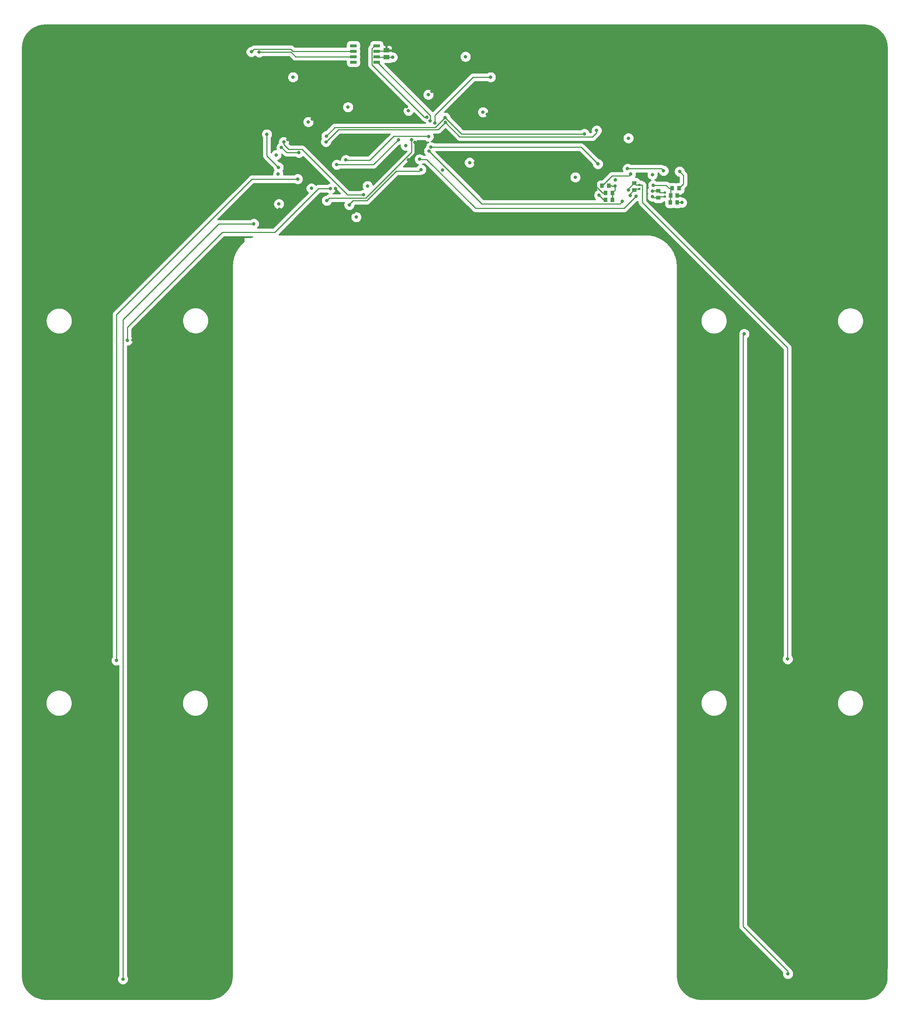
<source format=gbr>
G04 #@! TF.GenerationSoftware,KiCad,Pcbnew,5.1.4-e60b266~84~ubuntu19.04.1*
G04 #@! TF.CreationDate,2019-10-22T08:35:31-04:00*
G04 #@! TF.ProjectId,Forward_acceleration_board,466f7277-6172-4645-9f61-6363656c6572,rev?*
G04 #@! TF.SameCoordinates,Original*
G04 #@! TF.FileFunction,Copper,L4,Bot*
G04 #@! TF.FilePolarity,Positive*
%FSLAX46Y46*%
G04 Gerber Fmt 4.6, Leading zero omitted, Abs format (unit mm)*
G04 Created by KiCad (PCBNEW 5.1.4-e60b266~84~ubuntu19.04.1) date 2019-10-22 08:35:31*
%MOMM*%
%LPD*%
G04 APERTURE LIST*
%ADD10R,0.900000X1.000000*%
%ADD11R,1.000000X0.900000*%
%ADD12R,1.525000X0.650000*%
%ADD13R,0.620000X0.600000*%
%ADD14R,1.470000X1.100000*%
%ADD15C,0.800000*%
%ADD16C,0.250000*%
%ADD17C,0.254000*%
G04 APERTURE END LIST*
D10*
X220925000Y-73975000D03*
X219325000Y-73975000D03*
D11*
X225950000Y-71675000D03*
X225950000Y-70075000D03*
D10*
X234350000Y-74600000D03*
X235950000Y-74600000D03*
X219300000Y-72350000D03*
X220900000Y-72350000D03*
X236000000Y-73000000D03*
X234400000Y-73000000D03*
X220075000Y-70725000D03*
X218475000Y-70725000D03*
X234800000Y-71325000D03*
X236400000Y-71325000D03*
D12*
X160613000Y-38145000D03*
X160613000Y-39415000D03*
X160613000Y-40685000D03*
X160613000Y-41955000D03*
X166037000Y-41955000D03*
X166037000Y-40685000D03*
X166037000Y-39415000D03*
X166037000Y-38145000D03*
D13*
X227200000Y-71435000D03*
X227200000Y-70515000D03*
D11*
X231575000Y-73525000D03*
X231575000Y-71925000D03*
D14*
X168275000Y-39215000D03*
X168275000Y-40835000D03*
D13*
X233100000Y-73210000D03*
X233100000Y-72290000D03*
D15*
X261650000Y-180802000D03*
X224650000Y-71700000D03*
X151050000Y-55175000D03*
X188722000Y-40894000D03*
X156464000Y-71374000D03*
X171697930Y-55365929D03*
X143400000Y-76200000D03*
X169825000Y-39250000D03*
X144275000Y-44425000D03*
X226750000Y-68475000D03*
X110225000Y-121325000D03*
X160675000Y-76875000D03*
X231375000Y-65475000D03*
X219250000Y-62050000D03*
X216950000Y-69500000D03*
X188971789Y-65401211D03*
X144625000Y-71050000D03*
X174958244Y-60606794D03*
X173418660Y-64706660D03*
X179900000Y-77650000D03*
X145350000Y-59925000D03*
X163763419Y-68186262D03*
X145600009Y-65262660D03*
X237175000Y-73050000D03*
X226725000Y-59000000D03*
X225883000Y-55080000D03*
X145288000Y-49784000D03*
X162450000Y-54100000D03*
X109310000Y-106620000D03*
X191770000Y-54102000D03*
X179832000Y-51816000D03*
X172974000Y-52324000D03*
X178863000Y-48795000D03*
X156650082Y-53225000D03*
X137450000Y-79560000D03*
X106980000Y-255260000D03*
X105498000Y-181113978D03*
X147650000Y-69150000D03*
X155282000Y-71386000D03*
X108038000Y-106692000D03*
X261708000Y-254012000D03*
X251548000Y-105168000D03*
X230200000Y-71975000D03*
X224400000Y-66750000D03*
X232775000Y-67225000D03*
X143100000Y-67950000D03*
X163900000Y-70775000D03*
X173425000Y-53275000D03*
X142675000Y-63550000D03*
X161275000Y-78000000D03*
X230200000Y-68150000D03*
X186690000Y-40699989D03*
X143275000Y-74950000D03*
X217775000Y-72900000D03*
X159350000Y-52425000D03*
X150850000Y-71325000D03*
X169725000Y-40825000D03*
X187665988Y-65339502D03*
X237050000Y-74625000D03*
X221565000Y-69304000D03*
X224613000Y-59652000D03*
X146558000Y-45466000D03*
X150114000Y-55880000D03*
X190758650Y-53596260D03*
X181356000Y-67056000D03*
X178054000Y-49530000D03*
X212250000Y-68750000D03*
X172775000Y-61375000D03*
X192532000Y-45466000D03*
X179578000Y-56134000D03*
X158850000Y-64725000D03*
X178100000Y-59275000D03*
X171075000Y-60000010D03*
X156750000Y-65800000D03*
X174153091Y-60013706D03*
X154425000Y-74175000D03*
X217500000Y-65650000D03*
X178657353Y-61735702D03*
X225025000Y-72950000D03*
X223200000Y-74375000D03*
X178200000Y-62625000D03*
X176024101Y-64541726D03*
X226400000Y-73150000D03*
X230200000Y-73225000D03*
X159650000Y-75175000D03*
X176375000Y-66950000D03*
X154325000Y-59150000D03*
X181975000Y-54850000D03*
X214350000Y-58649990D03*
X217200000Y-57850000D03*
X182000000Y-56000000D03*
X154225000Y-60500000D03*
X178500000Y-55600000D03*
X177725000Y-54800000D03*
X138700000Y-39650000D03*
X136875000Y-39575000D03*
X221525000Y-70825000D03*
X230375000Y-70600000D03*
X140474840Y-58749840D03*
X143175000Y-66425000D03*
X162975000Y-72825000D03*
X144400000Y-60550000D03*
X143878412Y-61824454D03*
X147950000Y-63025000D03*
X236525000Y-67400000D03*
X225150000Y-68000000D03*
D16*
X227760000Y-70515000D02*
X227835001Y-70590001D01*
X227200000Y-70515000D02*
X227760000Y-70515000D01*
X227835001Y-74575001D02*
X261650000Y-108390000D01*
X261650000Y-108390000D02*
X261650000Y-180802000D01*
X226390000Y-70515000D02*
X225950000Y-70075000D01*
X227200000Y-70515000D02*
X226390000Y-70515000D01*
X227835001Y-70590001D02*
X227835001Y-74575001D01*
X224650000Y-71375000D02*
X224650000Y-71700000D01*
X225950000Y-70075000D02*
X224650000Y-71375000D01*
X219300000Y-72350000D02*
X218600000Y-72350000D01*
X218600000Y-72350000D02*
X216950000Y-70700000D01*
X216950000Y-70700000D02*
X216950000Y-69500000D01*
X169790000Y-39215000D02*
X169825000Y-39250000D01*
X168275000Y-39215000D02*
X169790000Y-39215000D01*
X167635000Y-39415000D02*
X167650000Y-39400000D01*
X166577000Y-39350000D02*
X168175000Y-39350000D01*
X236000000Y-73000000D02*
X237125000Y-73000000D01*
X231475000Y-65575000D02*
X231375000Y-65475000D01*
X174958244Y-63167076D02*
X174958244Y-60606794D01*
X173418660Y-64706660D02*
X174958244Y-63167076D01*
X106980000Y-101840000D02*
X129260000Y-79560000D01*
X129260000Y-79560000D02*
X137450000Y-79560000D01*
X106980000Y-255260000D02*
X106980000Y-101840000D01*
X147650000Y-69150000D02*
X137025000Y-69150000D01*
X105498000Y-100677000D02*
X105498000Y-181113978D01*
X137025000Y-69150000D02*
X105498000Y-100677000D01*
X108038000Y-106692000D02*
X108038000Y-103644000D01*
X152488000Y-71386000D02*
X142328000Y-81546000D01*
X155282000Y-71386000D02*
X152488000Y-71386000D01*
X108038000Y-103644000D02*
X130136000Y-81546000D01*
X130136000Y-81546000D02*
X142328000Y-81546000D01*
X251294000Y-105422000D02*
X251548000Y-105168000D01*
X261708000Y-253446315D02*
X251294000Y-243032315D01*
X261708000Y-254012000D02*
X261708000Y-253446315D01*
X251294000Y-243032315D02*
X251294000Y-105422000D01*
X233100000Y-72290000D02*
X231940000Y-72290000D01*
X231940000Y-72290000D02*
X231575000Y-71925000D01*
X231575000Y-71925000D02*
X230250000Y-71925000D01*
X230250000Y-71925000D02*
X230200000Y-71975000D01*
X232300000Y-66750000D02*
X224400000Y-66750000D01*
X232775000Y-67225000D02*
X232300000Y-66750000D01*
X230225000Y-68175000D02*
X230200000Y-68150000D01*
X218850000Y-73975000D02*
X217775000Y-72900000D01*
X219325000Y-73975000D02*
X218850000Y-73975000D01*
X169715000Y-40835000D02*
X169725000Y-40825000D01*
X168275000Y-40835000D02*
X169715000Y-40835000D01*
X167790000Y-40685000D02*
X167800000Y-40675000D01*
X166397000Y-40800000D02*
X168150000Y-40800000D01*
X237025000Y-74600000D02*
X237050000Y-74625000D01*
X235950000Y-74600000D02*
X237025000Y-74600000D01*
X188468000Y-45466000D02*
X192532000Y-45466000D01*
X179578000Y-56134000D02*
X179578000Y-54356000D01*
X179578000Y-54356000D02*
X188468000Y-45466000D01*
X178050000Y-59225000D02*
X169975000Y-59225000D01*
X178100000Y-59275000D02*
X178050000Y-59225000D01*
X164450000Y-64750000D02*
X158875000Y-64750000D01*
X169975000Y-59225000D02*
X164450000Y-64750000D01*
X158875000Y-64750000D02*
X158850000Y-64725000D01*
X156750000Y-65800000D02*
X165275010Y-65800000D01*
X165275010Y-65800000D02*
X171075000Y-60000010D01*
X163524999Y-73575001D02*
X174153091Y-62946909D01*
X174153091Y-62946909D02*
X174153091Y-60013706D01*
X154425000Y-74175000D02*
X155024999Y-73575001D01*
X155024999Y-73575001D02*
X163524999Y-73575001D01*
X213585702Y-61735702D02*
X217500000Y-65650000D01*
X178657353Y-61735702D02*
X213585702Y-61735702D01*
X222675000Y-74900000D02*
X223200000Y-74375000D01*
X178200000Y-62625000D02*
X190475000Y-74900000D01*
X190475000Y-74900000D02*
X222675000Y-74900000D01*
X225025000Y-72950000D02*
X225025000Y-72600000D01*
X225025000Y-72600000D02*
X225950000Y-71675000D01*
X225050000Y-72925000D02*
X225025000Y-72950000D01*
X227200000Y-71435000D02*
X226190000Y-71435000D01*
X226190000Y-71435000D02*
X225950000Y-71675000D01*
X223600000Y-75950000D02*
X189025000Y-75950000D01*
X226400000Y-73150000D02*
X223600000Y-75950000D01*
X189025000Y-75950000D02*
X177650000Y-64575000D01*
X176057375Y-64575000D02*
X176024101Y-64541726D01*
X177650000Y-64575000D02*
X176057375Y-64575000D01*
X233100000Y-73210000D02*
X231890000Y-73210000D01*
X231890000Y-73210000D02*
X231575000Y-73525000D01*
X230500000Y-73525000D02*
X230200000Y-73225000D01*
X231575000Y-73525000D02*
X230500000Y-73525000D01*
X175975001Y-67349999D02*
X170575001Y-67349999D01*
X160500000Y-74150000D02*
X159650000Y-75000000D01*
X163775000Y-74150000D02*
X160500000Y-74150000D01*
X176375000Y-66950000D02*
X175975001Y-67349999D01*
X170575001Y-67349999D02*
X163775000Y-74150000D01*
X159650000Y-75000000D02*
X159650000Y-75175000D01*
X181975000Y-54850000D02*
X182100000Y-54725000D01*
X156300013Y-57174987D02*
X179650013Y-57174987D01*
X179650013Y-57174987D02*
X181975000Y-54850000D01*
X154325000Y-59150000D02*
X156300013Y-57174987D01*
X185774990Y-58649990D02*
X214350000Y-58649990D01*
X181975000Y-54850000D02*
X185774990Y-58649990D01*
X214350000Y-58850000D02*
X214350000Y-58649990D01*
X157100002Y-57624998D02*
X180375002Y-57624998D01*
X154225000Y-60500000D02*
X157100002Y-57624998D01*
X180375002Y-57624998D02*
X182000000Y-56000000D01*
X217200000Y-58415685D02*
X216240685Y-59375000D01*
X217200000Y-57850000D02*
X217200000Y-58415685D01*
X216240685Y-59375000D02*
X185375000Y-59375000D01*
X185375000Y-59375000D02*
X182000000Y-56000000D01*
X178500000Y-54325000D02*
X178500000Y-55600000D01*
X166175000Y-42000000D02*
X178500000Y-54325000D01*
X166474500Y-41955000D02*
X166037000Y-41955000D01*
X164949499Y-42590184D02*
X177159315Y-54800000D01*
X164949499Y-38795001D02*
X164949499Y-42590184D01*
X177159315Y-54800000D02*
X177725000Y-54800000D01*
X165599500Y-38145000D02*
X164949499Y-38795001D01*
X166037000Y-38145000D02*
X165599500Y-38145000D01*
X146125000Y-39650000D02*
X138700000Y-39650000D01*
X147160000Y-40685000D02*
X146125000Y-39650000D01*
X160613000Y-40685000D02*
X147160000Y-40685000D01*
X160613000Y-39415000D02*
X146526411Y-39415000D01*
X146036409Y-38924998D02*
X137525002Y-38924998D01*
X146526411Y-39415000D02*
X146036409Y-38924998D01*
X137525002Y-38924998D02*
X136875000Y-39575000D01*
X221525000Y-70825000D02*
X221525000Y-71725000D01*
X221525000Y-71725000D02*
X220900000Y-72350000D01*
X221450000Y-70750000D02*
X221525000Y-70825000D01*
X220075000Y-70725000D02*
X220775000Y-70725000D01*
X220775000Y-70725000D02*
X220800000Y-70750000D01*
X220800000Y-70750000D02*
X221450000Y-70750000D01*
X220925000Y-73975000D02*
X220925000Y-72375000D01*
X220925000Y-72375000D02*
X220900000Y-72350000D01*
X234350000Y-74600000D02*
X234350000Y-73050000D01*
X234350000Y-73050000D02*
X234400000Y-73000000D01*
X234400000Y-73000000D02*
X234400000Y-71725000D01*
X234400000Y-71725000D02*
X234800000Y-71325000D01*
X234100000Y-71325000D02*
X233375000Y-70600000D01*
X234800000Y-71325000D02*
X234100000Y-71325000D01*
X233375000Y-70600000D02*
X230375000Y-70600000D01*
X234850000Y-71375000D02*
X234800000Y-71325000D01*
X143175000Y-66425000D02*
X140474840Y-63724840D01*
X140474840Y-63724840D02*
X140474840Y-58749840D01*
X159250000Y-72825000D02*
X162975000Y-72825000D01*
X148650000Y-62225000D02*
X159250000Y-72825000D01*
X145509315Y-62225000D02*
X148650000Y-62225000D01*
X144400000Y-60550000D02*
X144400000Y-61115685D01*
X144400000Y-61115685D02*
X145509315Y-62225000D01*
X147950000Y-63025000D02*
X145078958Y-63025000D01*
X145078958Y-63025000D02*
X143878412Y-61824454D01*
X237424999Y-70250001D02*
X237424999Y-68299999D01*
X236475000Y-71200000D02*
X237424999Y-70250001D01*
X237424999Y-68299999D02*
X236525000Y-67400000D01*
X218500000Y-70700000D02*
X220800001Y-68399999D01*
X224750001Y-68399999D02*
X225150000Y-68000000D01*
X220800001Y-68399999D02*
X224750001Y-68399999D01*
D17*
G36*
X280263165Y-33333023D02*
G01*
X281080695Y-33529295D01*
X281857457Y-33851040D01*
X282574317Y-34290332D01*
X283213637Y-34836364D01*
X283759665Y-35475680D01*
X284198960Y-36192543D01*
X284520706Y-36969306D01*
X284716977Y-37786835D01*
X284786001Y-38663867D01*
X284786000Y-250807730D01*
X284756491Y-254861099D01*
X284716977Y-255363165D01*
X284520706Y-256180694D01*
X284198960Y-256957457D01*
X283759665Y-257674320D01*
X283213637Y-258313636D01*
X282574317Y-258859668D01*
X281857457Y-259298960D01*
X281080695Y-259620705D01*
X280263165Y-259816977D01*
X279386145Y-259886000D01*
X241363855Y-259886000D01*
X240486835Y-259816977D01*
X239669306Y-259620706D01*
X238892543Y-259298960D01*
X238175680Y-258859665D01*
X237536364Y-258313637D01*
X236990332Y-257674317D01*
X236551040Y-256957457D01*
X236229295Y-256180695D01*
X236033023Y-255363165D01*
X235964000Y-254486145D01*
X235964000Y-190710685D01*
X241461000Y-190710685D01*
X241461000Y-191309315D01*
X241577787Y-191896443D01*
X241806874Y-192449506D01*
X242139455Y-192947249D01*
X242562751Y-193370545D01*
X243060494Y-193703126D01*
X243613557Y-193932213D01*
X244200685Y-194049000D01*
X244799315Y-194049000D01*
X245386443Y-193932213D01*
X245939506Y-193703126D01*
X246437249Y-193370545D01*
X246860545Y-192947249D01*
X247193126Y-192449506D01*
X247422213Y-191896443D01*
X247539000Y-191309315D01*
X247539000Y-190710685D01*
X247422213Y-190123557D01*
X247193126Y-189570494D01*
X246860545Y-189072751D01*
X246437249Y-188649455D01*
X245939506Y-188316874D01*
X245386443Y-188087787D01*
X244799315Y-187971000D01*
X244200685Y-187971000D01*
X243613557Y-188087787D01*
X243060494Y-188316874D01*
X242562751Y-188649455D01*
X242139455Y-189072751D01*
X241806874Y-189570494D01*
X241577787Y-190123557D01*
X241461000Y-190710685D01*
X235964000Y-190710685D01*
X235964000Y-101840685D01*
X241461000Y-101840685D01*
X241461000Y-102439315D01*
X241577787Y-103026443D01*
X241806874Y-103579506D01*
X242139455Y-104077249D01*
X242562751Y-104500545D01*
X243060494Y-104833126D01*
X243613557Y-105062213D01*
X244200685Y-105179000D01*
X244799315Y-105179000D01*
X245386443Y-105062213D01*
X245437546Y-105041045D01*
X250259000Y-105041045D01*
X250259000Y-105294955D01*
X250278134Y-105391148D01*
X250275095Y-105422000D01*
X250280001Y-105471811D01*
X250280000Y-242982514D01*
X250275095Y-243032315D01*
X250280000Y-243082116D01*
X250280000Y-243082126D01*
X250294672Y-243231093D01*
X250352654Y-243422232D01*
X250446811Y-243598389D01*
X250573525Y-243752790D01*
X250612221Y-243784547D01*
X260467731Y-253640057D01*
X260419000Y-253885045D01*
X260419000Y-254138955D01*
X260468535Y-254387987D01*
X260565703Y-254622570D01*
X260706768Y-254833690D01*
X260886310Y-255013232D01*
X261097430Y-255154297D01*
X261332013Y-255251465D01*
X261581045Y-255301000D01*
X261834955Y-255301000D01*
X262083987Y-255251465D01*
X262318570Y-255154297D01*
X262529690Y-255013232D01*
X262709232Y-254833690D01*
X262850297Y-254622570D01*
X262947465Y-254387987D01*
X262997000Y-254138955D01*
X262997000Y-253885045D01*
X262947465Y-253636013D01*
X262850297Y-253401430D01*
X262709232Y-253190310D01*
X262681580Y-253162658D01*
X262649346Y-253056397D01*
X262555189Y-252880241D01*
X262428475Y-252725840D01*
X262389784Y-252694087D01*
X252308000Y-242612304D01*
X252308000Y-190720685D01*
X273211000Y-190720685D01*
X273211000Y-191319315D01*
X273327787Y-191906443D01*
X273556874Y-192459506D01*
X273889455Y-192957249D01*
X274312751Y-193380545D01*
X274810494Y-193713126D01*
X275363557Y-193942213D01*
X275950685Y-194059000D01*
X276549315Y-194059000D01*
X277136443Y-193942213D01*
X277689506Y-193713126D01*
X278187249Y-193380545D01*
X278610545Y-192957249D01*
X278943126Y-192459506D01*
X279172213Y-191906443D01*
X279289000Y-191319315D01*
X279289000Y-190720685D01*
X279172213Y-190133557D01*
X278943126Y-189580494D01*
X278610545Y-189082751D01*
X278187249Y-188659455D01*
X277689506Y-188326874D01*
X277136443Y-188097787D01*
X276549315Y-187981000D01*
X275950685Y-187981000D01*
X275363557Y-188097787D01*
X274810494Y-188326874D01*
X274312751Y-188659455D01*
X273889455Y-189082751D01*
X273556874Y-189580494D01*
X273327787Y-190133557D01*
X273211000Y-190720685D01*
X252308000Y-190720685D01*
X252308000Y-106210452D01*
X252369690Y-106169232D01*
X252549232Y-105989690D01*
X252690297Y-105778570D01*
X252787465Y-105543987D01*
X252837000Y-105294955D01*
X252837000Y-105041045D01*
X252787465Y-104792013D01*
X252690297Y-104557430D01*
X252549232Y-104346310D01*
X252369690Y-104166768D01*
X252158570Y-104025703D01*
X251923987Y-103928535D01*
X251674955Y-103879000D01*
X251421045Y-103879000D01*
X251172013Y-103928535D01*
X250937430Y-104025703D01*
X250726310Y-104166768D01*
X250546768Y-104346310D01*
X250405703Y-104557430D01*
X250308535Y-104792013D01*
X250259000Y-105041045D01*
X245437546Y-105041045D01*
X245939506Y-104833126D01*
X246437249Y-104500545D01*
X246860545Y-104077249D01*
X247193126Y-103579506D01*
X247422213Y-103026443D01*
X247539000Y-102439315D01*
X247539000Y-101840685D01*
X247422213Y-101253557D01*
X247193126Y-100700494D01*
X246860545Y-100202751D01*
X246437249Y-99779455D01*
X245939506Y-99446874D01*
X245386443Y-99217787D01*
X244799315Y-99101000D01*
X244200685Y-99101000D01*
X243613557Y-99217787D01*
X243060494Y-99446874D01*
X242562751Y-99779455D01*
X242139455Y-100202751D01*
X241806874Y-100700494D01*
X241577787Y-101253557D01*
X241461000Y-101840685D01*
X235964000Y-101840685D01*
X235964000Y-89376416D01*
X235960189Y-89337721D01*
X235882772Y-88354045D01*
X235858495Y-88200763D01*
X235625883Y-87231865D01*
X235577926Y-87084268D01*
X235196608Y-86163686D01*
X235126152Y-86025408D01*
X235126148Y-86025403D01*
X234710287Y-85346780D01*
X234710109Y-85277158D01*
X234707605Y-85252387D01*
X234700317Y-85228582D01*
X234688525Y-85206655D01*
X234672681Y-85187451D01*
X234653396Y-85171706D01*
X234631409Y-85160026D01*
X234607566Y-85152860D01*
X234587223Y-85150630D01*
X234514300Y-85050260D01*
X233867170Y-84292568D01*
X233757432Y-84182830D01*
X233757424Y-84182824D01*
X232999740Y-83535700D01*
X232874187Y-83444480D01*
X232874177Y-83444475D01*
X232024597Y-82923852D01*
X232024592Y-82923848D01*
X231886314Y-82853392D01*
X230965732Y-82472074D01*
X230818136Y-82424117D01*
X230818133Y-82424117D01*
X229849240Y-82191506D01*
X229849237Y-82191505D01*
X229828278Y-82188186D01*
X229695955Y-82167227D01*
X229695942Y-82167227D01*
X228712279Y-82089811D01*
X228673584Y-82086000D01*
X143222011Y-82086000D01*
X147434966Y-77873045D01*
X159986000Y-77873045D01*
X159986000Y-78126955D01*
X160035535Y-78375987D01*
X160132703Y-78610570D01*
X160273768Y-78821690D01*
X160453310Y-79001232D01*
X160664430Y-79142297D01*
X160899013Y-79239465D01*
X161148045Y-79289000D01*
X161401955Y-79289000D01*
X161650987Y-79239465D01*
X161885570Y-79142297D01*
X162096690Y-79001232D01*
X162276232Y-78821690D01*
X162417297Y-78610570D01*
X162514465Y-78375987D01*
X162564000Y-78126955D01*
X162564000Y-77873045D01*
X162514465Y-77624013D01*
X162417297Y-77389430D01*
X162276232Y-77178310D01*
X162096690Y-76998768D01*
X161885570Y-76857703D01*
X161650987Y-76760535D01*
X161401955Y-76711000D01*
X161148045Y-76711000D01*
X160899013Y-76760535D01*
X160664430Y-76857703D01*
X160453310Y-76998768D01*
X160273768Y-77178310D01*
X160132703Y-77389430D01*
X160035535Y-77624013D01*
X159986000Y-77873045D01*
X147434966Y-77873045D01*
X152908012Y-72400000D01*
X154479419Y-72400000D01*
X154671430Y-72528297D01*
X154802890Y-72582750D01*
X154635081Y-72633655D01*
X154458925Y-72727812D01*
X154304524Y-72854526D01*
X154274919Y-72890600D01*
X154049013Y-72935535D01*
X153814430Y-73032703D01*
X153603310Y-73173768D01*
X153423768Y-73353310D01*
X153282703Y-73564430D01*
X153185535Y-73799013D01*
X153136000Y-74048045D01*
X153136000Y-74301955D01*
X153185535Y-74550987D01*
X153282703Y-74785570D01*
X153423768Y-74996690D01*
X153603310Y-75176232D01*
X153814430Y-75317297D01*
X154049013Y-75414465D01*
X154298045Y-75464000D01*
X154551955Y-75464000D01*
X154800987Y-75414465D01*
X155035570Y-75317297D01*
X155246690Y-75176232D01*
X155426232Y-74996690D01*
X155567297Y-74785570D01*
X155648719Y-74589001D01*
X158497525Y-74589001D01*
X158410535Y-74799013D01*
X158361000Y-75048045D01*
X158361000Y-75301955D01*
X158410535Y-75550987D01*
X158507703Y-75785570D01*
X158648768Y-75996690D01*
X158828310Y-76176232D01*
X159039430Y-76317297D01*
X159274013Y-76414465D01*
X159523045Y-76464000D01*
X159776955Y-76464000D01*
X160025987Y-76414465D01*
X160260570Y-76317297D01*
X160471690Y-76176232D01*
X160651232Y-75996690D01*
X160792297Y-75785570D01*
X160889465Y-75550987D01*
X160939000Y-75301955D01*
X160939000Y-75164000D01*
X163725199Y-75164000D01*
X163775000Y-75168905D01*
X163824801Y-75164000D01*
X163824812Y-75164000D01*
X163973779Y-75149328D01*
X164164918Y-75091346D01*
X164341074Y-74997189D01*
X164495475Y-74870475D01*
X164527232Y-74831779D01*
X170995013Y-68363999D01*
X175925200Y-68363999D01*
X175975001Y-68368904D01*
X176024802Y-68363999D01*
X176024813Y-68363999D01*
X176173780Y-68349327D01*
X176364919Y-68291345D01*
X176462850Y-68239000D01*
X176501955Y-68239000D01*
X176750987Y-68189465D01*
X176985570Y-68092297D01*
X177196690Y-67951232D01*
X177376232Y-67771690D01*
X177517297Y-67560570D01*
X177614465Y-67325987D01*
X177664000Y-67076955D01*
X177664000Y-66823045D01*
X177614465Y-66574013D01*
X177517297Y-66339430D01*
X177376232Y-66128310D01*
X177196690Y-65948768D01*
X176985570Y-65807703D01*
X176750987Y-65710535D01*
X176629166Y-65686303D01*
X176634671Y-65684023D01*
X176776884Y-65589000D01*
X177229989Y-65589000D01*
X188272777Y-76631790D01*
X188304525Y-76670475D01*
X188343210Y-76702223D01*
X188343215Y-76702228D01*
X188414263Y-76760535D01*
X188458926Y-76797189D01*
X188635082Y-76891346D01*
X188826221Y-76949328D01*
X188975188Y-76964000D01*
X188975198Y-76964000D01*
X189024999Y-76968905D01*
X189074800Y-76964000D01*
X223550199Y-76964000D01*
X223600000Y-76968905D01*
X223649801Y-76964000D01*
X223649812Y-76964000D01*
X223798779Y-76949328D01*
X223989918Y-76891346D01*
X224166074Y-76797189D01*
X224320475Y-76670475D01*
X224352232Y-76631779D01*
X226549495Y-74434517D01*
X226775987Y-74389465D01*
X226821002Y-74370819D01*
X226821002Y-74525190D01*
X226816096Y-74575001D01*
X226821002Y-74624812D01*
X226821002Y-74624813D01*
X226835674Y-74773780D01*
X226872590Y-74895475D01*
X226893656Y-74964919D01*
X226987812Y-75141074D01*
X227056534Y-75224811D01*
X227114527Y-75295476D01*
X227153218Y-75327229D01*
X260636000Y-108810013D01*
X260636001Y-179999417D01*
X260507703Y-180191430D01*
X260410535Y-180426013D01*
X260361000Y-180675045D01*
X260361000Y-180928955D01*
X260410535Y-181177987D01*
X260507703Y-181412570D01*
X260648768Y-181623690D01*
X260828310Y-181803232D01*
X261039430Y-181944297D01*
X261274013Y-182041465D01*
X261523045Y-182091000D01*
X261776955Y-182091000D01*
X262025987Y-182041465D01*
X262260570Y-181944297D01*
X262471690Y-181803232D01*
X262651232Y-181623690D01*
X262792297Y-181412570D01*
X262889465Y-181177987D01*
X262939000Y-180928955D01*
X262939000Y-180675045D01*
X262889465Y-180426013D01*
X262792297Y-180191430D01*
X262664000Y-179999419D01*
X262664000Y-108439800D01*
X262668905Y-108389999D01*
X262664000Y-108340198D01*
X262664000Y-108340188D01*
X262649328Y-108191221D01*
X262591346Y-108000082D01*
X262497189Y-107823926D01*
X262404436Y-107710906D01*
X262402228Y-107708215D01*
X262402223Y-107708210D01*
X262370475Y-107669525D01*
X262331790Y-107637777D01*
X256514698Y-101820685D01*
X273221000Y-101820685D01*
X273221000Y-102419315D01*
X273337787Y-103006443D01*
X273566874Y-103559506D01*
X273899455Y-104057249D01*
X274322751Y-104480545D01*
X274820494Y-104813126D01*
X275373557Y-105042213D01*
X275960685Y-105159000D01*
X276559315Y-105159000D01*
X277146443Y-105042213D01*
X277699506Y-104813126D01*
X278197249Y-104480545D01*
X278620545Y-104057249D01*
X278953126Y-103559506D01*
X279182213Y-103006443D01*
X279299000Y-102419315D01*
X279299000Y-101820685D01*
X279182213Y-101233557D01*
X278953126Y-100680494D01*
X278620545Y-100182751D01*
X278197249Y-99759455D01*
X277699506Y-99426874D01*
X277146443Y-99197787D01*
X276559315Y-99081000D01*
X275960685Y-99081000D01*
X275373557Y-99197787D01*
X274820494Y-99426874D01*
X274322751Y-99759455D01*
X273899455Y-100182751D01*
X273566874Y-100680494D01*
X273337787Y-101233557D01*
X273221000Y-101820685D01*
X256514698Y-101820685D01*
X228849001Y-74154990D01*
X228849001Y-70639801D01*
X228853906Y-70590000D01*
X228849001Y-70540199D01*
X228849001Y-70540189D01*
X228834329Y-70391222D01*
X228776347Y-70200083D01*
X228682190Y-70023927D01*
X228555476Y-69869526D01*
X228516782Y-69837771D01*
X228512230Y-69833219D01*
X228480475Y-69794525D01*
X228326074Y-69667811D01*
X228149918Y-69573654D01*
X228118091Y-69563999D01*
X228006291Y-69472247D01*
X227851851Y-69389697D01*
X227684274Y-69338864D01*
X227510000Y-69321699D01*
X227286997Y-69321699D01*
X227275303Y-69283149D01*
X227192753Y-69128709D01*
X227081659Y-68993341D01*
X226946291Y-68882247D01*
X226791851Y-68799697D01*
X226624274Y-68748864D01*
X226450000Y-68731699D01*
X226211362Y-68731699D01*
X226292297Y-68610570D01*
X226389465Y-68375987D01*
X226439000Y-68126955D01*
X226439000Y-67873045D01*
X226417310Y-67764000D01*
X228964683Y-67764000D01*
X228960535Y-67774013D01*
X228911000Y-68023045D01*
X228911000Y-68276955D01*
X228960535Y-68525987D01*
X229057703Y-68760570D01*
X229198768Y-68971690D01*
X229378310Y-69151232D01*
X229589430Y-69292297D01*
X229824013Y-69389465D01*
X229895055Y-69403596D01*
X229764430Y-69457703D01*
X229553310Y-69598768D01*
X229373768Y-69778310D01*
X229232703Y-69989430D01*
X229135535Y-70224013D01*
X229086000Y-70473045D01*
X229086000Y-70726955D01*
X229135535Y-70975987D01*
X229205992Y-71146086D01*
X229198768Y-71153310D01*
X229057703Y-71364430D01*
X228960535Y-71599013D01*
X228911000Y-71848045D01*
X228911000Y-72101955D01*
X228960535Y-72350987D01*
X229057703Y-72585570D01*
X229067345Y-72600000D01*
X229057703Y-72614430D01*
X228960535Y-72849013D01*
X228911000Y-73098045D01*
X228911000Y-73351955D01*
X228960535Y-73600987D01*
X229057703Y-73835570D01*
X229198768Y-74046690D01*
X229378310Y-74226232D01*
X229589430Y-74367297D01*
X229824013Y-74464465D01*
X230073045Y-74514000D01*
X230267175Y-74514000D01*
X230301221Y-74524328D01*
X230382329Y-74532317D01*
X230443341Y-74606659D01*
X230578709Y-74717753D01*
X230733149Y-74800303D01*
X230900726Y-74851136D01*
X231075000Y-74868301D01*
X232075000Y-74868301D01*
X232249274Y-74851136D01*
X232416851Y-74800303D01*
X232571291Y-74717753D01*
X232706659Y-74606659D01*
X232817753Y-74471291D01*
X232854094Y-74403301D01*
X233006699Y-74403301D01*
X233006699Y-75100000D01*
X233023864Y-75274274D01*
X233074697Y-75441851D01*
X233157247Y-75596291D01*
X233268341Y-75731659D01*
X233403709Y-75842753D01*
X233558149Y-75925303D01*
X233725726Y-75976136D01*
X233900000Y-75993301D01*
X234800000Y-75993301D01*
X234974274Y-75976136D01*
X235141851Y-75925303D01*
X235150000Y-75920947D01*
X235158149Y-75925303D01*
X235325726Y-75976136D01*
X235500000Y-75993301D01*
X236400000Y-75993301D01*
X236574274Y-75976136D01*
X236741851Y-75925303D01*
X236806404Y-75890799D01*
X236923045Y-75914000D01*
X237176955Y-75914000D01*
X237425987Y-75864465D01*
X237660570Y-75767297D01*
X237871690Y-75626232D01*
X238051232Y-75446690D01*
X238192297Y-75235570D01*
X238289465Y-75000987D01*
X238339000Y-74751955D01*
X238339000Y-74498045D01*
X238289465Y-74249013D01*
X238192297Y-74014430D01*
X238051232Y-73803310D01*
X237871690Y-73623768D01*
X237660570Y-73482703D01*
X237425987Y-73385535D01*
X237176955Y-73336000D01*
X237085721Y-73336000D01*
X237085000Y-73285750D01*
X236926250Y-73127000D01*
X236127000Y-73127000D01*
X236127000Y-73147000D01*
X235873000Y-73147000D01*
X235873000Y-73127000D01*
X235853000Y-73127000D01*
X235853000Y-72873000D01*
X235873000Y-72873000D01*
X235873000Y-72853000D01*
X236127000Y-72853000D01*
X236127000Y-72873000D01*
X236926250Y-72873000D01*
X237085000Y-72714250D01*
X237085454Y-72682578D01*
X237191851Y-72650303D01*
X237346291Y-72567753D01*
X237481659Y-72456659D01*
X237592753Y-72321291D01*
X237675303Y-72166851D01*
X237726136Y-71999274D01*
X237743301Y-71825000D01*
X237743301Y-71365711D01*
X238106788Y-71002225D01*
X238145474Y-70970476D01*
X238177222Y-70931791D01*
X238177227Y-70931786D01*
X238272188Y-70816075D01*
X238302735Y-70758926D01*
X238366345Y-70639919D01*
X238424327Y-70448780D01*
X238438999Y-70299813D01*
X238438999Y-70299803D01*
X238443904Y-70250002D01*
X238438999Y-70200201D01*
X238438999Y-68349800D01*
X238443904Y-68299999D01*
X238438999Y-68250198D01*
X238438999Y-68250187D01*
X238424327Y-68101220D01*
X238366345Y-67910081D01*
X238272188Y-67733925D01*
X238145474Y-67579524D01*
X238106783Y-67547771D01*
X237809517Y-67250505D01*
X237764465Y-67024013D01*
X237667297Y-66789430D01*
X237526232Y-66578310D01*
X237346690Y-66398768D01*
X237135570Y-66257703D01*
X236900987Y-66160535D01*
X236651955Y-66111000D01*
X236398045Y-66111000D01*
X236149013Y-66160535D01*
X235914430Y-66257703D01*
X235703310Y-66398768D01*
X235523768Y-66578310D01*
X235382703Y-66789430D01*
X235285535Y-67024013D01*
X235236000Y-67273045D01*
X235236000Y-67526955D01*
X235285535Y-67775987D01*
X235382703Y-68010570D01*
X235523768Y-68221690D01*
X235703310Y-68401232D01*
X235914430Y-68542297D01*
X236149013Y-68639465D01*
X236375505Y-68684517D01*
X236411000Y-68720011D01*
X236410999Y-69829988D01*
X236309289Y-69931699D01*
X235950000Y-69931699D01*
X235775726Y-69948864D01*
X235608149Y-69999697D01*
X235600000Y-70004053D01*
X235591851Y-69999697D01*
X235424274Y-69948864D01*
X235250000Y-69931699D01*
X234350000Y-69931699D01*
X234175726Y-69948864D01*
X234162030Y-69953019D01*
X234127232Y-69918221D01*
X234095475Y-69879525D01*
X233941074Y-69752811D01*
X233764918Y-69658654D01*
X233573779Y-69600672D01*
X233424812Y-69586000D01*
X233424801Y-69586000D01*
X233375000Y-69581095D01*
X233325199Y-69586000D01*
X231177581Y-69586000D01*
X230985570Y-69457703D01*
X230750987Y-69360535D01*
X230679945Y-69346404D01*
X230810570Y-69292297D01*
X231021690Y-69151232D01*
X231201232Y-68971690D01*
X231342297Y-68760570D01*
X231439465Y-68525987D01*
X231489000Y-68276955D01*
X231489000Y-68023045D01*
X231439465Y-67774013D01*
X231435317Y-67764000D01*
X231603058Y-67764000D01*
X231632703Y-67835570D01*
X231773768Y-68046690D01*
X231953310Y-68226232D01*
X232164430Y-68367297D01*
X232399013Y-68464465D01*
X232648045Y-68514000D01*
X232901955Y-68514000D01*
X233150987Y-68464465D01*
X233385570Y-68367297D01*
X233596690Y-68226232D01*
X233776232Y-68046690D01*
X233917297Y-67835570D01*
X234014465Y-67600987D01*
X234064000Y-67351955D01*
X234064000Y-67098045D01*
X234014465Y-66849013D01*
X233917297Y-66614430D01*
X233776232Y-66403310D01*
X233596690Y-66223768D01*
X233385570Y-66082703D01*
X233150987Y-65985535D01*
X232907974Y-65937197D01*
X232866074Y-65902811D01*
X232689918Y-65808654D01*
X232498779Y-65750672D01*
X232349812Y-65736000D01*
X232349801Y-65736000D01*
X232300000Y-65731095D01*
X232250199Y-65736000D01*
X225202581Y-65736000D01*
X225010570Y-65607703D01*
X224775987Y-65510535D01*
X224526955Y-65461000D01*
X224273045Y-65461000D01*
X224024013Y-65510535D01*
X223789430Y-65607703D01*
X223578310Y-65748768D01*
X223398768Y-65928310D01*
X223257703Y-66139430D01*
X223160535Y-66374013D01*
X223111000Y-66623045D01*
X223111000Y-66876955D01*
X223160535Y-67125987D01*
X223257703Y-67360570D01*
X223274694Y-67385999D01*
X220849805Y-67385999D01*
X220800001Y-67381094D01*
X220750197Y-67385999D01*
X220750189Y-67385999D01*
X220608035Y-67400000D01*
X220601222Y-67400671D01*
X220410082Y-67458653D01*
X220313018Y-67510535D01*
X220233927Y-67552810D01*
X220079526Y-67679524D01*
X220047773Y-67718215D01*
X218434290Y-69331699D01*
X218025000Y-69331699D01*
X217850726Y-69348864D01*
X217683149Y-69399697D01*
X217528709Y-69482247D01*
X217393341Y-69593341D01*
X217282247Y-69728709D01*
X217199697Y-69883149D01*
X217148864Y-70050726D01*
X217131699Y-70225000D01*
X217131699Y-71225000D01*
X217148864Y-71399274D01*
X217199697Y-71566851D01*
X217276825Y-71711147D01*
X217164430Y-71757703D01*
X216953310Y-71898768D01*
X216773768Y-72078310D01*
X216632703Y-72289430D01*
X216535535Y-72524013D01*
X216486000Y-72773045D01*
X216486000Y-73026955D01*
X216535535Y-73275987D01*
X216632703Y-73510570D01*
X216773768Y-73721690D01*
X216938078Y-73886000D01*
X190895013Y-73886000D01*
X185632058Y-68623045D01*
X210961000Y-68623045D01*
X210961000Y-68876955D01*
X211010535Y-69125987D01*
X211107703Y-69360570D01*
X211248768Y-69571690D01*
X211428310Y-69751232D01*
X211639430Y-69892297D01*
X211874013Y-69989465D01*
X212123045Y-70039000D01*
X212376955Y-70039000D01*
X212625987Y-69989465D01*
X212860570Y-69892297D01*
X213071690Y-69751232D01*
X213251232Y-69571690D01*
X213392297Y-69360570D01*
X213489465Y-69125987D01*
X213539000Y-68876955D01*
X213539000Y-68623045D01*
X213489465Y-68374013D01*
X213392297Y-68139430D01*
X213251232Y-67928310D01*
X213071690Y-67748768D01*
X212860570Y-67607703D01*
X212625987Y-67510535D01*
X212376955Y-67461000D01*
X212123045Y-67461000D01*
X211874013Y-67510535D01*
X211639430Y-67607703D01*
X211428310Y-67748768D01*
X211248768Y-67928310D01*
X211107703Y-68139430D01*
X211010535Y-68374013D01*
X210961000Y-68623045D01*
X185632058Y-68623045D01*
X182221559Y-65212547D01*
X186376988Y-65212547D01*
X186376988Y-65466457D01*
X186426523Y-65715489D01*
X186523691Y-65950072D01*
X186664756Y-66161192D01*
X186844298Y-66340734D01*
X187055418Y-66481799D01*
X187290001Y-66578967D01*
X187539033Y-66628502D01*
X187792943Y-66628502D01*
X188041975Y-66578967D01*
X188276558Y-66481799D01*
X188487678Y-66340734D01*
X188667220Y-66161192D01*
X188808285Y-65950072D01*
X188905453Y-65715489D01*
X188954988Y-65466457D01*
X188954988Y-65212547D01*
X188905453Y-64963515D01*
X188808285Y-64728932D01*
X188667220Y-64517812D01*
X188487678Y-64338270D01*
X188276558Y-64197205D01*
X188041975Y-64100037D01*
X187792943Y-64050502D01*
X187539033Y-64050502D01*
X187290001Y-64100037D01*
X187055418Y-64197205D01*
X186844298Y-64338270D01*
X186664756Y-64517812D01*
X186523691Y-64728932D01*
X186426523Y-64963515D01*
X186376988Y-65212547D01*
X182221559Y-65212547D01*
X179758713Y-62749702D01*
X213165691Y-62749702D01*
X216215484Y-65799496D01*
X216260535Y-66025987D01*
X216357703Y-66260570D01*
X216498768Y-66471690D01*
X216678310Y-66651232D01*
X216889430Y-66792297D01*
X217124013Y-66889465D01*
X217373045Y-66939000D01*
X217626955Y-66939000D01*
X217875987Y-66889465D01*
X218110570Y-66792297D01*
X218321690Y-66651232D01*
X218501232Y-66471690D01*
X218642297Y-66260570D01*
X218739465Y-66025987D01*
X218789000Y-65776955D01*
X218789000Y-65523045D01*
X218739465Y-65274013D01*
X218642297Y-65039430D01*
X218501232Y-64828310D01*
X218321690Y-64648768D01*
X218110570Y-64507703D01*
X217875987Y-64410535D01*
X217649496Y-64365484D01*
X214337934Y-61053923D01*
X214306177Y-61015227D01*
X214151776Y-60888513D01*
X213975620Y-60794356D01*
X213784481Y-60736374D01*
X213635514Y-60721702D01*
X213635503Y-60721702D01*
X213585702Y-60716797D01*
X213535901Y-60721702D01*
X179459934Y-60721702D01*
X179267923Y-60593405D01*
X179033340Y-60496237D01*
X178784308Y-60446702D01*
X178639580Y-60446702D01*
X178710570Y-60417297D01*
X178921690Y-60276232D01*
X179101232Y-60096690D01*
X179242297Y-59885570D01*
X179339465Y-59650987D01*
X179389000Y-59401955D01*
X179389000Y-59148045D01*
X179339465Y-58899013D01*
X179242297Y-58664430D01*
X179225304Y-58638998D01*
X180325201Y-58638998D01*
X180375002Y-58643903D01*
X180424803Y-58638998D01*
X180424814Y-58638998D01*
X180573781Y-58624326D01*
X180764920Y-58566344D01*
X180941076Y-58472187D01*
X181095477Y-58345473D01*
X181127234Y-58306777D01*
X182000000Y-57434012D01*
X184622772Y-60056784D01*
X184654525Y-60095475D01*
X184808926Y-60222189D01*
X184985082Y-60316346D01*
X185176221Y-60374328D01*
X185325188Y-60389000D01*
X185325196Y-60389000D01*
X185375000Y-60393905D01*
X185424804Y-60389000D01*
X216190884Y-60389000D01*
X216240685Y-60393905D01*
X216290486Y-60389000D01*
X216290497Y-60389000D01*
X216439464Y-60374328D01*
X216630603Y-60316346D01*
X216806759Y-60222189D01*
X216961160Y-60095475D01*
X216992917Y-60056779D01*
X217524652Y-59525045D01*
X223324000Y-59525045D01*
X223324000Y-59778955D01*
X223373535Y-60027987D01*
X223470703Y-60262570D01*
X223611768Y-60473690D01*
X223791310Y-60653232D01*
X224002430Y-60794297D01*
X224237013Y-60891465D01*
X224486045Y-60941000D01*
X224739955Y-60941000D01*
X224988987Y-60891465D01*
X225223570Y-60794297D01*
X225434690Y-60653232D01*
X225614232Y-60473690D01*
X225755297Y-60262570D01*
X225852465Y-60027987D01*
X225902000Y-59778955D01*
X225902000Y-59525045D01*
X225852465Y-59276013D01*
X225755297Y-59041430D01*
X225614232Y-58830310D01*
X225434690Y-58650768D01*
X225223570Y-58509703D01*
X224988987Y-58412535D01*
X224739955Y-58363000D01*
X224486045Y-58363000D01*
X224237013Y-58412535D01*
X224002430Y-58509703D01*
X223791310Y-58650768D01*
X223611768Y-58830310D01*
X223470703Y-59041430D01*
X223373535Y-59276013D01*
X223324000Y-59525045D01*
X217524652Y-59525045D01*
X217881789Y-59167909D01*
X217920475Y-59136160D01*
X217952223Y-59097475D01*
X217952228Y-59097470D01*
X218047189Y-58981759D01*
X218091417Y-58899013D01*
X218141346Y-58805603D01*
X218173580Y-58699342D01*
X218201232Y-58671690D01*
X218342297Y-58460570D01*
X218439465Y-58225987D01*
X218489000Y-57976955D01*
X218489000Y-57723045D01*
X218439465Y-57474013D01*
X218342297Y-57239430D01*
X218201232Y-57028310D01*
X218021690Y-56848768D01*
X217810570Y-56707703D01*
X217575987Y-56610535D01*
X217326955Y-56561000D01*
X217073045Y-56561000D01*
X216824013Y-56610535D01*
X216589430Y-56707703D01*
X216378310Y-56848768D01*
X216198768Y-57028310D01*
X216057703Y-57239430D01*
X215960535Y-57474013D01*
X215911000Y-57723045D01*
X215911000Y-57976955D01*
X215959731Y-58221943D01*
X215820673Y-58361000D01*
X215606770Y-58361000D01*
X215589465Y-58274003D01*
X215492297Y-58039420D01*
X215351232Y-57828300D01*
X215171690Y-57648758D01*
X214960570Y-57507693D01*
X214725987Y-57410525D01*
X214476955Y-57360990D01*
X214223045Y-57360990D01*
X213974013Y-57410525D01*
X213739430Y-57507693D01*
X213547419Y-57635990D01*
X186195003Y-57635990D01*
X183259517Y-54700505D01*
X183214465Y-54474013D01*
X183117297Y-54239430D01*
X182976232Y-54028310D01*
X182796690Y-53848768D01*
X182585570Y-53707703D01*
X182350987Y-53610535D01*
X182101955Y-53561000D01*
X181848045Y-53561000D01*
X181796822Y-53571189D01*
X181898706Y-53469305D01*
X189469650Y-53469305D01*
X189469650Y-53723215D01*
X189519185Y-53972247D01*
X189616353Y-54206830D01*
X189757418Y-54417950D01*
X189936960Y-54597492D01*
X190148080Y-54738557D01*
X190382663Y-54835725D01*
X190631695Y-54885260D01*
X190885605Y-54885260D01*
X191134637Y-54835725D01*
X191369220Y-54738557D01*
X191580340Y-54597492D01*
X191759882Y-54417950D01*
X191900947Y-54206830D01*
X191998115Y-53972247D01*
X192047650Y-53723215D01*
X192047650Y-53469305D01*
X191998115Y-53220273D01*
X191900947Y-52985690D01*
X191759882Y-52774570D01*
X191580340Y-52595028D01*
X191369220Y-52453963D01*
X191134637Y-52356795D01*
X190885605Y-52307260D01*
X190631695Y-52307260D01*
X190382663Y-52356795D01*
X190148080Y-52453963D01*
X189936960Y-52595028D01*
X189757418Y-52774570D01*
X189616353Y-52985690D01*
X189519185Y-53220273D01*
X189469650Y-53469305D01*
X181898706Y-53469305D01*
X188888012Y-46480000D01*
X191729419Y-46480000D01*
X191921430Y-46608297D01*
X192156013Y-46705465D01*
X192405045Y-46755000D01*
X192658955Y-46755000D01*
X192907987Y-46705465D01*
X193142570Y-46608297D01*
X193353690Y-46467232D01*
X193533232Y-46287690D01*
X193674297Y-46076570D01*
X193771465Y-45841987D01*
X193821000Y-45592955D01*
X193821000Y-45339045D01*
X193771465Y-45090013D01*
X193674297Y-44855430D01*
X193533232Y-44644310D01*
X193353690Y-44464768D01*
X193142570Y-44323703D01*
X192907987Y-44226535D01*
X192658955Y-44177000D01*
X192405045Y-44177000D01*
X192156013Y-44226535D01*
X191921430Y-44323703D01*
X191729419Y-44452000D01*
X188517804Y-44452000D01*
X188468000Y-44447095D01*
X188418196Y-44452000D01*
X188418188Y-44452000D01*
X188269221Y-44466672D01*
X188078081Y-44524654D01*
X187901926Y-44618811D01*
X187747525Y-44745525D01*
X187715772Y-44784216D01*
X179054500Y-53445488D01*
X175012057Y-49403045D01*
X176765000Y-49403045D01*
X176765000Y-49656955D01*
X176814535Y-49905987D01*
X176911703Y-50140570D01*
X177052768Y-50351690D01*
X177232310Y-50531232D01*
X177443430Y-50672297D01*
X177678013Y-50769465D01*
X177927045Y-50819000D01*
X178180955Y-50819000D01*
X178429987Y-50769465D01*
X178664570Y-50672297D01*
X178875690Y-50531232D01*
X179055232Y-50351690D01*
X179196297Y-50140570D01*
X179293465Y-49905987D01*
X179343000Y-49656955D01*
X179343000Y-49403045D01*
X179293465Y-49154013D01*
X179196297Y-48919430D01*
X179055232Y-48708310D01*
X178875690Y-48528768D01*
X178664570Y-48387703D01*
X178429987Y-48290535D01*
X178180955Y-48241000D01*
X177927045Y-48241000D01*
X177678013Y-48290535D01*
X177443430Y-48387703D01*
X177232310Y-48528768D01*
X177052768Y-48708310D01*
X176911703Y-48919430D01*
X176814535Y-49154013D01*
X176765000Y-49403045D01*
X175012057Y-49403045D01*
X167887312Y-42278301D01*
X169010000Y-42278301D01*
X169184274Y-42261136D01*
X169351851Y-42210303D01*
X169506291Y-42127753D01*
X169537680Y-42101993D01*
X169598045Y-42114000D01*
X169851955Y-42114000D01*
X170100987Y-42064465D01*
X170335570Y-41967297D01*
X170546690Y-41826232D01*
X170726232Y-41646690D01*
X170867297Y-41435570D01*
X170964465Y-41200987D01*
X171014000Y-40951955D01*
X171014000Y-40698045D01*
X170989135Y-40573034D01*
X185401000Y-40573034D01*
X185401000Y-40826944D01*
X185450535Y-41075976D01*
X185547703Y-41310559D01*
X185688768Y-41521679D01*
X185868310Y-41701221D01*
X186079430Y-41842286D01*
X186314013Y-41939454D01*
X186563045Y-41988989D01*
X186816955Y-41988989D01*
X187065987Y-41939454D01*
X187300570Y-41842286D01*
X187511690Y-41701221D01*
X187691232Y-41521679D01*
X187832297Y-41310559D01*
X187929465Y-41075976D01*
X187979000Y-40826944D01*
X187979000Y-40573034D01*
X187929465Y-40324002D01*
X187832297Y-40089419D01*
X187691232Y-39878299D01*
X187511690Y-39698757D01*
X187300570Y-39557692D01*
X187065987Y-39460524D01*
X186816955Y-39410989D01*
X186563045Y-39410989D01*
X186314013Y-39460524D01*
X186079430Y-39557692D01*
X185868310Y-39698757D01*
X185688768Y-39878299D01*
X185547703Y-40089419D01*
X185450535Y-40324002D01*
X185401000Y-40573034D01*
X170989135Y-40573034D01*
X170964465Y-40449013D01*
X170867297Y-40214430D01*
X170726232Y-40003310D01*
X170546690Y-39823768D01*
X170335570Y-39682703D01*
X170100987Y-39585535D01*
X169851955Y-39536000D01*
X169645410Y-39536000D01*
X169645000Y-39500750D01*
X169486250Y-39342000D01*
X168402000Y-39342000D01*
X168402000Y-39362000D01*
X168148000Y-39362000D01*
X168148000Y-39342000D01*
X168128000Y-39342000D01*
X168128000Y-39088000D01*
X168148000Y-39088000D01*
X168148000Y-38188750D01*
X168402000Y-38188750D01*
X168402000Y-39088000D01*
X169486250Y-39088000D01*
X169645000Y-38929250D01*
X169648072Y-38665000D01*
X169635812Y-38540518D01*
X169599502Y-38420820D01*
X169540537Y-38310506D01*
X169461185Y-38213815D01*
X169364494Y-38134463D01*
X169254180Y-38075498D01*
X169134482Y-38039188D01*
X169010000Y-38026928D01*
X168560750Y-38030000D01*
X168402000Y-38188750D01*
X168148000Y-38188750D01*
X167989250Y-38030000D01*
X167692801Y-38027973D01*
X167692801Y-37820000D01*
X167675636Y-37645726D01*
X167624803Y-37478149D01*
X167542253Y-37323709D01*
X167431159Y-37188341D01*
X167295791Y-37077247D01*
X167141351Y-36994697D01*
X166973774Y-36943864D01*
X166799500Y-36926699D01*
X165274500Y-36926699D01*
X165100226Y-36943864D01*
X164932649Y-36994697D01*
X164778209Y-37077247D01*
X164642841Y-37188341D01*
X164531747Y-37323709D01*
X164449197Y-37478149D01*
X164398364Y-37645726D01*
X164381199Y-37820000D01*
X164381199Y-37929290D01*
X164267720Y-38042769D01*
X164229024Y-38074526D01*
X164102310Y-38228927D01*
X164008153Y-38405084D01*
X163950171Y-38596223D01*
X163935499Y-38745190D01*
X163935499Y-38745200D01*
X163930594Y-38795001D01*
X163935499Y-38844802D01*
X163935500Y-42540373D01*
X163930594Y-42590184D01*
X163935500Y-42639995D01*
X163935500Y-42639996D01*
X163950172Y-42788963D01*
X164004786Y-42969000D01*
X164008154Y-42980102D01*
X164102246Y-43156136D01*
X164102311Y-43156258D01*
X164229025Y-43310659D01*
X164267716Y-43342412D01*
X172986664Y-52061361D01*
X172814430Y-52132703D01*
X172603310Y-52273768D01*
X172423768Y-52453310D01*
X172282703Y-52664430D01*
X172185535Y-52899013D01*
X172136000Y-53148045D01*
X172136000Y-53401955D01*
X172185535Y-53650987D01*
X172282703Y-53885570D01*
X172423768Y-54096690D01*
X172603310Y-54276232D01*
X172814430Y-54417297D01*
X173049013Y-54514465D01*
X173298045Y-54564000D01*
X173551955Y-54564000D01*
X173800987Y-54514465D01*
X174035570Y-54417297D01*
X174246690Y-54276232D01*
X174426232Y-54096690D01*
X174567297Y-53885570D01*
X174638639Y-53713337D01*
X176407092Y-55481790D01*
X176438840Y-55520475D01*
X176477525Y-55552223D01*
X176477530Y-55552228D01*
X176538456Y-55602228D01*
X176593241Y-55647189D01*
X176769397Y-55741346D01*
X176875658Y-55773580D01*
X176903310Y-55801232D01*
X177114430Y-55942297D01*
X177273950Y-56008373D01*
X177337165Y-56160987D01*
X156349813Y-56160987D01*
X156300012Y-56156082D01*
X156250211Y-56160987D01*
X156250201Y-56160987D01*
X156101234Y-56175659D01*
X155910095Y-56233641D01*
X155733939Y-56327798D01*
X155579538Y-56454512D01*
X155547785Y-56493203D01*
X154175505Y-57865483D01*
X153949013Y-57910535D01*
X153714430Y-58007703D01*
X153503310Y-58148768D01*
X153323768Y-58328310D01*
X153182703Y-58539430D01*
X153085535Y-58774013D01*
X153036000Y-59023045D01*
X153036000Y-59276955D01*
X153085535Y-59525987D01*
X153177384Y-59747729D01*
X153082703Y-59889430D01*
X152985535Y-60124013D01*
X152936000Y-60373045D01*
X152936000Y-60626955D01*
X152985535Y-60875987D01*
X153082703Y-61110570D01*
X153223768Y-61321690D01*
X153403310Y-61501232D01*
X153614430Y-61642297D01*
X153849013Y-61739465D01*
X154098045Y-61789000D01*
X154351955Y-61789000D01*
X154600987Y-61739465D01*
X154835570Y-61642297D01*
X155046690Y-61501232D01*
X155226232Y-61321690D01*
X155367297Y-61110570D01*
X155464465Y-60875987D01*
X155509517Y-60649495D01*
X157520014Y-58638998D01*
X169126990Y-58638998D01*
X164029989Y-63736000D01*
X159683922Y-63736000D01*
X159671690Y-63723768D01*
X159460570Y-63582703D01*
X159225987Y-63485535D01*
X158976955Y-63436000D01*
X158723045Y-63436000D01*
X158474013Y-63485535D01*
X158239430Y-63582703D01*
X158028310Y-63723768D01*
X157848768Y-63903310D01*
X157707703Y-64114430D01*
X157610535Y-64349013D01*
X157561000Y-64598045D01*
X157561000Y-64786000D01*
X157552581Y-64786000D01*
X157360570Y-64657703D01*
X157125987Y-64560535D01*
X156876955Y-64511000D01*
X156623045Y-64511000D01*
X156374013Y-64560535D01*
X156139430Y-64657703D01*
X155928310Y-64798768D01*
X155748768Y-64978310D01*
X155607703Y-65189430D01*
X155510535Y-65424013D01*
X155461000Y-65673045D01*
X155461000Y-65926955D01*
X155510535Y-66175987D01*
X155607703Y-66410570D01*
X155748768Y-66621690D01*
X155928310Y-66801232D01*
X156139430Y-66942297D01*
X156374013Y-67039465D01*
X156623045Y-67089000D01*
X156876955Y-67089000D01*
X157125987Y-67039465D01*
X157360570Y-66942297D01*
X157552581Y-66814000D01*
X165225209Y-66814000D01*
X165275010Y-66818905D01*
X165324811Y-66814000D01*
X165324822Y-66814000D01*
X165473789Y-66799328D01*
X165664928Y-66741346D01*
X165841084Y-66647189D01*
X165995485Y-66520475D01*
X166027242Y-66481779D01*
X171224497Y-61284526D01*
X171450987Y-61239475D01*
X171491002Y-61222900D01*
X171486000Y-61248045D01*
X171486000Y-61501955D01*
X171535535Y-61750987D01*
X171632703Y-61985570D01*
X171773768Y-62196690D01*
X171953310Y-62376232D01*
X172164430Y-62517297D01*
X172399013Y-62614465D01*
X172648045Y-62664000D01*
X172901955Y-62664000D01*
X173026826Y-62639162D01*
X165160620Y-70505369D01*
X165139465Y-70399013D01*
X165042297Y-70164430D01*
X164901232Y-69953310D01*
X164721690Y-69773768D01*
X164510570Y-69632703D01*
X164275987Y-69535535D01*
X164026955Y-69486000D01*
X163773045Y-69486000D01*
X163524013Y-69535535D01*
X163289430Y-69632703D01*
X163078310Y-69773768D01*
X162898768Y-69953310D01*
X162757703Y-70164430D01*
X162660535Y-70399013D01*
X162611000Y-70648045D01*
X162611000Y-70901955D01*
X162660535Y-71150987D01*
X162757703Y-71385570D01*
X162858216Y-71536000D01*
X162848045Y-71536000D01*
X162599013Y-71585535D01*
X162364430Y-71682703D01*
X162172419Y-71811000D01*
X159670012Y-71811000D01*
X149402232Y-61543221D01*
X149370475Y-61504525D01*
X149216074Y-61377811D01*
X149039918Y-61283654D01*
X148848779Y-61225672D01*
X148699812Y-61211000D01*
X148699801Y-61211000D01*
X148650000Y-61206095D01*
X148600199Y-61211000D01*
X145929327Y-61211000D01*
X145640269Y-60921943D01*
X145689000Y-60676955D01*
X145689000Y-60423045D01*
X145639465Y-60174013D01*
X145542297Y-59939430D01*
X145401232Y-59728310D01*
X145221690Y-59548768D01*
X145010570Y-59407703D01*
X144775987Y-59310535D01*
X144526955Y-59261000D01*
X144273045Y-59261000D01*
X144024013Y-59310535D01*
X143789430Y-59407703D01*
X143578310Y-59548768D01*
X143398768Y-59728310D01*
X143257703Y-59939430D01*
X143160535Y-60174013D01*
X143111000Y-60423045D01*
X143111000Y-60676955D01*
X143130313Y-60774050D01*
X143056722Y-60823222D01*
X142877180Y-61002764D01*
X142736115Y-61213884D01*
X142638947Y-61448467D01*
X142589412Y-61697499D01*
X142589412Y-61951409D01*
X142638947Y-62200441D01*
X142664031Y-62261000D01*
X142548045Y-62261000D01*
X142299013Y-62310535D01*
X142064430Y-62407703D01*
X141853310Y-62548768D01*
X141673768Y-62728310D01*
X141532703Y-62939430D01*
X141488840Y-63045324D01*
X141488840Y-59552421D01*
X141617137Y-59360410D01*
X141714305Y-59125827D01*
X141763840Y-58876795D01*
X141763840Y-58622885D01*
X141714305Y-58373853D01*
X141617137Y-58139270D01*
X141476072Y-57928150D01*
X141296530Y-57748608D01*
X141085410Y-57607543D01*
X140850827Y-57510375D01*
X140601795Y-57460840D01*
X140347885Y-57460840D01*
X140098853Y-57510375D01*
X139864270Y-57607543D01*
X139653150Y-57748608D01*
X139473608Y-57928150D01*
X139332543Y-58139270D01*
X139235375Y-58373853D01*
X139185840Y-58622885D01*
X139185840Y-58876795D01*
X139235375Y-59125827D01*
X139332543Y-59360410D01*
X139460841Y-59552422D01*
X139460840Y-63675039D01*
X139455935Y-63724840D01*
X139460840Y-63774641D01*
X139460840Y-63774651D01*
X139475512Y-63923618D01*
X139533494Y-64114757D01*
X139627651Y-64290914D01*
X139754365Y-64445315D01*
X139793061Y-64477072D01*
X141890483Y-66574495D01*
X141935535Y-66800987D01*
X142032703Y-67035570D01*
X142096719Y-67131377D01*
X141957703Y-67339430D01*
X141860535Y-67574013D01*
X141811000Y-67823045D01*
X141811000Y-68076955D01*
X141822745Y-68136000D01*
X137074801Y-68136000D01*
X137025000Y-68131095D01*
X136975199Y-68136000D01*
X136975188Y-68136000D01*
X136826221Y-68150672D01*
X136635082Y-68208654D01*
X136458926Y-68302811D01*
X136304525Y-68429525D01*
X136272772Y-68468216D01*
X104816221Y-99924768D01*
X104777525Y-99956525D01*
X104650811Y-100110926D01*
X104556654Y-100287083D01*
X104498672Y-100478222D01*
X104484000Y-100627189D01*
X104484000Y-100627199D01*
X104479095Y-100677000D01*
X104484000Y-100726801D01*
X104484001Y-180311395D01*
X104355703Y-180503408D01*
X104258535Y-180737991D01*
X104209000Y-180987023D01*
X104209000Y-181240933D01*
X104258535Y-181489965D01*
X104355703Y-181724548D01*
X104496768Y-181935668D01*
X104676310Y-182115210D01*
X104887430Y-182256275D01*
X105122013Y-182353443D01*
X105371045Y-182402978D01*
X105624955Y-182402978D01*
X105873987Y-182353443D01*
X105966000Y-182315330D01*
X105966000Y-254457419D01*
X105837703Y-254649430D01*
X105740535Y-254884013D01*
X105691000Y-255133045D01*
X105691000Y-255386955D01*
X105740535Y-255635987D01*
X105837703Y-255870570D01*
X105978768Y-256081690D01*
X106158310Y-256261232D01*
X106369430Y-256402297D01*
X106604013Y-256499465D01*
X106853045Y-256549000D01*
X107106955Y-256549000D01*
X107355987Y-256499465D01*
X107590570Y-256402297D01*
X107801690Y-256261232D01*
X107981232Y-256081690D01*
X108122297Y-255870570D01*
X108219465Y-255635987D01*
X108269000Y-255386955D01*
X108269000Y-255133045D01*
X108219465Y-254884013D01*
X108122297Y-254649430D01*
X107994000Y-254457419D01*
X107994000Y-190720685D01*
X120791000Y-190720685D01*
X120791000Y-191319315D01*
X120907787Y-191906443D01*
X121136874Y-192459506D01*
X121469455Y-192957249D01*
X121892751Y-193380545D01*
X122390494Y-193713126D01*
X122943557Y-193942213D01*
X123530685Y-194059000D01*
X124129315Y-194059000D01*
X124716443Y-193942213D01*
X125269506Y-193713126D01*
X125767249Y-193380545D01*
X126190545Y-192957249D01*
X126523126Y-192459506D01*
X126752213Y-191906443D01*
X126869000Y-191319315D01*
X126869000Y-190720685D01*
X126752213Y-190133557D01*
X126523126Y-189580494D01*
X126190545Y-189082751D01*
X125767249Y-188659455D01*
X125269506Y-188326874D01*
X124716443Y-188097787D01*
X124129315Y-187981000D01*
X123530685Y-187981000D01*
X122943557Y-188097787D01*
X122390494Y-188326874D01*
X121892751Y-188659455D01*
X121469455Y-189082751D01*
X121136874Y-189580494D01*
X120907787Y-190133557D01*
X120791000Y-190720685D01*
X107994000Y-190720685D01*
X107994000Y-107981000D01*
X108164955Y-107981000D01*
X108413987Y-107931465D01*
X108648570Y-107834297D01*
X108859690Y-107693232D01*
X109039232Y-107513690D01*
X109180297Y-107302570D01*
X109277465Y-107067987D01*
X109327000Y-106818955D01*
X109327000Y-106565045D01*
X109277465Y-106316013D01*
X109180297Y-106081430D01*
X109052000Y-105889419D01*
X109052000Y-104064011D01*
X111315326Y-101800685D01*
X120831000Y-101800685D01*
X120831000Y-102399315D01*
X120947787Y-102986443D01*
X121176874Y-103539506D01*
X121509455Y-104037249D01*
X121932751Y-104460545D01*
X122430494Y-104793126D01*
X122983557Y-105022213D01*
X123570685Y-105139000D01*
X124169315Y-105139000D01*
X124756443Y-105022213D01*
X125309506Y-104793126D01*
X125807249Y-104460545D01*
X126230545Y-104037249D01*
X126563126Y-103539506D01*
X126792213Y-102986443D01*
X126909000Y-102399315D01*
X126909000Y-101800685D01*
X126792213Y-101213557D01*
X126563126Y-100660494D01*
X126230545Y-100162751D01*
X125807249Y-99739455D01*
X125309506Y-99406874D01*
X124756443Y-99177787D01*
X124169315Y-99061000D01*
X123570685Y-99061000D01*
X122983557Y-99177787D01*
X122430494Y-99406874D01*
X121932751Y-99739455D01*
X121509455Y-100162751D01*
X121176874Y-100660494D01*
X120947787Y-101213557D01*
X120831000Y-101800685D01*
X111315326Y-101800685D01*
X130556013Y-82560000D01*
X137171996Y-82560000D01*
X136739324Y-82739219D01*
X135253949Y-82702614D01*
X135229120Y-82704443D01*
X135205125Y-82711081D01*
X135182885Y-82722272D01*
X135163257Y-82737587D01*
X135146994Y-82756438D01*
X135134720Y-82778098D01*
X135126908Y-82801737D01*
X135123823Y-82828703D01*
X135117602Y-83734409D01*
X134592568Y-84182830D01*
X134482830Y-84292568D01*
X134482824Y-84292576D01*
X133835700Y-85050260D01*
X133744480Y-85175813D01*
X133744475Y-85175823D01*
X133223852Y-86025403D01*
X133223848Y-86025408D01*
X133153392Y-86163686D01*
X132772074Y-87084268D01*
X132724117Y-87231865D01*
X132491506Y-88200760D01*
X132491505Y-88200763D01*
X132489284Y-88214784D01*
X132467227Y-88354045D01*
X132467227Y-88354058D01*
X132389807Y-89337772D01*
X132386001Y-89376416D01*
X132386000Y-254486145D01*
X132316977Y-255363165D01*
X132120706Y-256180694D01*
X131798960Y-256957457D01*
X131359665Y-257674320D01*
X130813637Y-258313636D01*
X130174317Y-258859668D01*
X129457457Y-259298960D01*
X128680695Y-259620705D01*
X127863165Y-259816977D01*
X126986145Y-259886000D01*
X88963855Y-259886000D01*
X88086835Y-259816977D01*
X87269306Y-259620706D01*
X86492543Y-259298960D01*
X85775680Y-258859665D01*
X85136364Y-258313637D01*
X84590332Y-257674317D01*
X84151040Y-256957457D01*
X83829295Y-256180695D01*
X83633023Y-255363165D01*
X83564000Y-254486145D01*
X83564000Y-190730685D01*
X89061000Y-190730685D01*
X89061000Y-191329315D01*
X89177787Y-191916443D01*
X89406874Y-192469506D01*
X89739455Y-192967249D01*
X90162751Y-193390545D01*
X90660494Y-193723126D01*
X91213557Y-193952213D01*
X91800685Y-194069000D01*
X92399315Y-194069000D01*
X92986443Y-193952213D01*
X93539506Y-193723126D01*
X94037249Y-193390545D01*
X94460545Y-192967249D01*
X94793126Y-192469506D01*
X95022213Y-191916443D01*
X95139000Y-191329315D01*
X95139000Y-190730685D01*
X95022213Y-190143557D01*
X94793126Y-189590494D01*
X94460545Y-189092751D01*
X94037249Y-188669455D01*
X93539506Y-188336874D01*
X92986443Y-188107787D01*
X92399315Y-187991000D01*
X91800685Y-187991000D01*
X91213557Y-188107787D01*
X90660494Y-188336874D01*
X90162751Y-188669455D01*
X89739455Y-189092751D01*
X89406874Y-189590494D01*
X89177787Y-190143557D01*
X89061000Y-190730685D01*
X83564000Y-190730685D01*
X83564000Y-101850685D01*
X89081000Y-101850685D01*
X89081000Y-102449315D01*
X89197787Y-103036443D01*
X89426874Y-103589506D01*
X89759455Y-104087249D01*
X90182751Y-104510545D01*
X90680494Y-104843126D01*
X91233557Y-105072213D01*
X91820685Y-105189000D01*
X92419315Y-105189000D01*
X93006443Y-105072213D01*
X93559506Y-104843126D01*
X94057249Y-104510545D01*
X94480545Y-104087249D01*
X94813126Y-103589506D01*
X95042213Y-103036443D01*
X95159000Y-102449315D01*
X95159000Y-101850685D01*
X95042213Y-101263557D01*
X94813126Y-100710494D01*
X94480545Y-100212751D01*
X94057249Y-99789455D01*
X93559506Y-99456874D01*
X93006443Y-99227787D01*
X92419315Y-99111000D01*
X91820685Y-99111000D01*
X91233557Y-99227787D01*
X90680494Y-99456874D01*
X90182751Y-99789455D01*
X89759455Y-100212751D01*
X89426874Y-100710494D01*
X89197787Y-101263557D01*
X89081000Y-101850685D01*
X83564000Y-101850685D01*
X83564000Y-55753045D01*
X148825000Y-55753045D01*
X148825000Y-56006955D01*
X148874535Y-56255987D01*
X148971703Y-56490570D01*
X149112768Y-56701690D01*
X149292310Y-56881232D01*
X149503430Y-57022297D01*
X149738013Y-57119465D01*
X149987045Y-57169000D01*
X150240955Y-57169000D01*
X150489987Y-57119465D01*
X150724570Y-57022297D01*
X150935690Y-56881232D01*
X151115232Y-56701690D01*
X151256297Y-56490570D01*
X151353465Y-56255987D01*
X151403000Y-56006955D01*
X151403000Y-55753045D01*
X151353465Y-55504013D01*
X151256297Y-55269430D01*
X151115232Y-55058310D01*
X150935690Y-54878768D01*
X150724570Y-54737703D01*
X150489987Y-54640535D01*
X150240955Y-54591000D01*
X149987045Y-54591000D01*
X149738013Y-54640535D01*
X149503430Y-54737703D01*
X149292310Y-54878768D01*
X149112768Y-55058310D01*
X148971703Y-55269430D01*
X148874535Y-55504013D01*
X148825000Y-55753045D01*
X83564000Y-55753045D01*
X83564000Y-52298045D01*
X158061000Y-52298045D01*
X158061000Y-52551955D01*
X158110535Y-52800987D01*
X158207703Y-53035570D01*
X158348768Y-53246690D01*
X158528310Y-53426232D01*
X158739430Y-53567297D01*
X158974013Y-53664465D01*
X159223045Y-53714000D01*
X159476955Y-53714000D01*
X159725987Y-53664465D01*
X159960570Y-53567297D01*
X160171690Y-53426232D01*
X160351232Y-53246690D01*
X160492297Y-53035570D01*
X160589465Y-52800987D01*
X160639000Y-52551955D01*
X160639000Y-52298045D01*
X160589465Y-52049013D01*
X160492297Y-51814430D01*
X160351232Y-51603310D01*
X160171690Y-51423768D01*
X159960570Y-51282703D01*
X159725987Y-51185535D01*
X159476955Y-51136000D01*
X159223045Y-51136000D01*
X158974013Y-51185535D01*
X158739430Y-51282703D01*
X158528310Y-51423768D01*
X158348768Y-51603310D01*
X158207703Y-51814430D01*
X158110535Y-52049013D01*
X158061000Y-52298045D01*
X83564000Y-52298045D01*
X83564000Y-45339045D01*
X145269000Y-45339045D01*
X145269000Y-45592955D01*
X145318535Y-45841987D01*
X145415703Y-46076570D01*
X145556768Y-46287690D01*
X145736310Y-46467232D01*
X145947430Y-46608297D01*
X146182013Y-46705465D01*
X146431045Y-46755000D01*
X146684955Y-46755000D01*
X146933987Y-46705465D01*
X147168570Y-46608297D01*
X147379690Y-46467232D01*
X147559232Y-46287690D01*
X147700297Y-46076570D01*
X147797465Y-45841987D01*
X147847000Y-45592955D01*
X147847000Y-45339045D01*
X147797465Y-45090013D01*
X147700297Y-44855430D01*
X147559232Y-44644310D01*
X147379690Y-44464768D01*
X147168570Y-44323703D01*
X146933987Y-44226535D01*
X146684955Y-44177000D01*
X146431045Y-44177000D01*
X146182013Y-44226535D01*
X145947430Y-44323703D01*
X145736310Y-44464768D01*
X145556768Y-44644310D01*
X145415703Y-44855430D01*
X145318535Y-45090013D01*
X145269000Y-45339045D01*
X83564000Y-45339045D01*
X83564000Y-39448045D01*
X135586000Y-39448045D01*
X135586000Y-39701955D01*
X135635535Y-39950987D01*
X135732703Y-40185570D01*
X135873768Y-40396690D01*
X136053310Y-40576232D01*
X136264430Y-40717297D01*
X136499013Y-40814465D01*
X136748045Y-40864000D01*
X137001955Y-40864000D01*
X137250987Y-40814465D01*
X137485570Y-40717297D01*
X137696690Y-40576232D01*
X137750000Y-40522922D01*
X137878310Y-40651232D01*
X138089430Y-40792297D01*
X138324013Y-40889465D01*
X138573045Y-40939000D01*
X138826955Y-40939000D01*
X139075987Y-40889465D01*
X139310570Y-40792297D01*
X139502581Y-40664000D01*
X145704989Y-40664000D01*
X146407772Y-41366784D01*
X146439525Y-41405475D01*
X146593926Y-41532189D01*
X146770082Y-41626346D01*
X146961221Y-41684328D01*
X147110188Y-41699000D01*
X147110198Y-41699000D01*
X147159999Y-41703905D01*
X147209800Y-41699000D01*
X158957199Y-41699000D01*
X158957199Y-42280000D01*
X158974364Y-42454274D01*
X159025197Y-42621851D01*
X159107747Y-42776291D01*
X159218841Y-42911659D01*
X159354209Y-43022753D01*
X159508649Y-43105303D01*
X159676226Y-43156136D01*
X159850500Y-43173301D01*
X161375500Y-43173301D01*
X161549774Y-43156136D01*
X161717351Y-43105303D01*
X161871791Y-43022753D01*
X162007159Y-42911659D01*
X162118253Y-42776291D01*
X162200803Y-42621851D01*
X162251636Y-42454274D01*
X162268801Y-42280000D01*
X162268801Y-41630000D01*
X162251636Y-41455726D01*
X162210465Y-41320000D01*
X162251636Y-41184274D01*
X162268801Y-41010000D01*
X162268801Y-40360000D01*
X162251636Y-40185726D01*
X162210465Y-40050000D01*
X162251636Y-39914274D01*
X162268801Y-39740000D01*
X162268801Y-39090000D01*
X162251636Y-38915726D01*
X162210465Y-38780000D01*
X162251636Y-38644274D01*
X162268801Y-38470000D01*
X162268801Y-37820000D01*
X162251636Y-37645726D01*
X162200803Y-37478149D01*
X162118253Y-37323709D01*
X162007159Y-37188341D01*
X161871791Y-37077247D01*
X161717351Y-36994697D01*
X161549774Y-36943864D01*
X161375500Y-36926699D01*
X159850500Y-36926699D01*
X159676226Y-36943864D01*
X159508649Y-36994697D01*
X159354209Y-37077247D01*
X159218841Y-37188341D01*
X159107747Y-37323709D01*
X159025197Y-37478149D01*
X158974364Y-37645726D01*
X158957199Y-37820000D01*
X158957199Y-38401000D01*
X146946422Y-38401000D01*
X146788641Y-38243219D01*
X146756884Y-38204523D01*
X146602483Y-38077809D01*
X146426327Y-37983652D01*
X146235188Y-37925670D01*
X146086221Y-37910998D01*
X146086210Y-37910998D01*
X146036409Y-37906093D01*
X145986608Y-37910998D01*
X137574806Y-37910998D01*
X137525002Y-37906093D01*
X137475198Y-37910998D01*
X137475190Y-37910998D01*
X137326223Y-37925670D01*
X137135083Y-37983652D01*
X137031183Y-38039188D01*
X136958928Y-38077809D01*
X136804527Y-38204523D01*
X136772770Y-38243219D01*
X136725506Y-38290483D01*
X136499013Y-38335535D01*
X136264430Y-38432703D01*
X136053310Y-38573768D01*
X135873768Y-38753310D01*
X135732703Y-38964430D01*
X135635535Y-39199013D01*
X135586000Y-39448045D01*
X83564000Y-39448045D01*
X83564000Y-38663855D01*
X83633023Y-37786835D01*
X83829295Y-36969305D01*
X84151040Y-36192543D01*
X84590332Y-35475683D01*
X85136364Y-34836363D01*
X85775680Y-34290335D01*
X86492543Y-33851040D01*
X87269306Y-33529294D01*
X88086835Y-33333023D01*
X88963855Y-33264000D01*
X279386145Y-33264000D01*
X280263165Y-33333023D01*
X280263165Y-33333023D01*
G37*
X280263165Y-33333023D02*
X281080695Y-33529295D01*
X281857457Y-33851040D01*
X282574317Y-34290332D01*
X283213637Y-34836364D01*
X283759665Y-35475680D01*
X284198960Y-36192543D01*
X284520706Y-36969306D01*
X284716977Y-37786835D01*
X284786001Y-38663867D01*
X284786000Y-250807730D01*
X284756491Y-254861099D01*
X284716977Y-255363165D01*
X284520706Y-256180694D01*
X284198960Y-256957457D01*
X283759665Y-257674320D01*
X283213637Y-258313636D01*
X282574317Y-258859668D01*
X281857457Y-259298960D01*
X281080695Y-259620705D01*
X280263165Y-259816977D01*
X279386145Y-259886000D01*
X241363855Y-259886000D01*
X240486835Y-259816977D01*
X239669306Y-259620706D01*
X238892543Y-259298960D01*
X238175680Y-258859665D01*
X237536364Y-258313637D01*
X236990332Y-257674317D01*
X236551040Y-256957457D01*
X236229295Y-256180695D01*
X236033023Y-255363165D01*
X235964000Y-254486145D01*
X235964000Y-190710685D01*
X241461000Y-190710685D01*
X241461000Y-191309315D01*
X241577787Y-191896443D01*
X241806874Y-192449506D01*
X242139455Y-192947249D01*
X242562751Y-193370545D01*
X243060494Y-193703126D01*
X243613557Y-193932213D01*
X244200685Y-194049000D01*
X244799315Y-194049000D01*
X245386443Y-193932213D01*
X245939506Y-193703126D01*
X246437249Y-193370545D01*
X246860545Y-192947249D01*
X247193126Y-192449506D01*
X247422213Y-191896443D01*
X247539000Y-191309315D01*
X247539000Y-190710685D01*
X247422213Y-190123557D01*
X247193126Y-189570494D01*
X246860545Y-189072751D01*
X246437249Y-188649455D01*
X245939506Y-188316874D01*
X245386443Y-188087787D01*
X244799315Y-187971000D01*
X244200685Y-187971000D01*
X243613557Y-188087787D01*
X243060494Y-188316874D01*
X242562751Y-188649455D01*
X242139455Y-189072751D01*
X241806874Y-189570494D01*
X241577787Y-190123557D01*
X241461000Y-190710685D01*
X235964000Y-190710685D01*
X235964000Y-101840685D01*
X241461000Y-101840685D01*
X241461000Y-102439315D01*
X241577787Y-103026443D01*
X241806874Y-103579506D01*
X242139455Y-104077249D01*
X242562751Y-104500545D01*
X243060494Y-104833126D01*
X243613557Y-105062213D01*
X244200685Y-105179000D01*
X244799315Y-105179000D01*
X245386443Y-105062213D01*
X245437546Y-105041045D01*
X250259000Y-105041045D01*
X250259000Y-105294955D01*
X250278134Y-105391148D01*
X250275095Y-105422000D01*
X250280001Y-105471811D01*
X250280000Y-242982514D01*
X250275095Y-243032315D01*
X250280000Y-243082116D01*
X250280000Y-243082126D01*
X250294672Y-243231093D01*
X250352654Y-243422232D01*
X250446811Y-243598389D01*
X250573525Y-243752790D01*
X250612221Y-243784547D01*
X260467731Y-253640057D01*
X260419000Y-253885045D01*
X260419000Y-254138955D01*
X260468535Y-254387987D01*
X260565703Y-254622570D01*
X260706768Y-254833690D01*
X260886310Y-255013232D01*
X261097430Y-255154297D01*
X261332013Y-255251465D01*
X261581045Y-255301000D01*
X261834955Y-255301000D01*
X262083987Y-255251465D01*
X262318570Y-255154297D01*
X262529690Y-255013232D01*
X262709232Y-254833690D01*
X262850297Y-254622570D01*
X262947465Y-254387987D01*
X262997000Y-254138955D01*
X262997000Y-253885045D01*
X262947465Y-253636013D01*
X262850297Y-253401430D01*
X262709232Y-253190310D01*
X262681580Y-253162658D01*
X262649346Y-253056397D01*
X262555189Y-252880241D01*
X262428475Y-252725840D01*
X262389784Y-252694087D01*
X252308000Y-242612304D01*
X252308000Y-190720685D01*
X273211000Y-190720685D01*
X273211000Y-191319315D01*
X273327787Y-191906443D01*
X273556874Y-192459506D01*
X273889455Y-192957249D01*
X274312751Y-193380545D01*
X274810494Y-193713126D01*
X275363557Y-193942213D01*
X275950685Y-194059000D01*
X276549315Y-194059000D01*
X277136443Y-193942213D01*
X277689506Y-193713126D01*
X278187249Y-193380545D01*
X278610545Y-192957249D01*
X278943126Y-192459506D01*
X279172213Y-191906443D01*
X279289000Y-191319315D01*
X279289000Y-190720685D01*
X279172213Y-190133557D01*
X278943126Y-189580494D01*
X278610545Y-189082751D01*
X278187249Y-188659455D01*
X277689506Y-188326874D01*
X277136443Y-188097787D01*
X276549315Y-187981000D01*
X275950685Y-187981000D01*
X275363557Y-188097787D01*
X274810494Y-188326874D01*
X274312751Y-188659455D01*
X273889455Y-189082751D01*
X273556874Y-189580494D01*
X273327787Y-190133557D01*
X273211000Y-190720685D01*
X252308000Y-190720685D01*
X252308000Y-106210452D01*
X252369690Y-106169232D01*
X252549232Y-105989690D01*
X252690297Y-105778570D01*
X252787465Y-105543987D01*
X252837000Y-105294955D01*
X252837000Y-105041045D01*
X252787465Y-104792013D01*
X252690297Y-104557430D01*
X252549232Y-104346310D01*
X252369690Y-104166768D01*
X252158570Y-104025703D01*
X251923987Y-103928535D01*
X251674955Y-103879000D01*
X251421045Y-103879000D01*
X251172013Y-103928535D01*
X250937430Y-104025703D01*
X250726310Y-104166768D01*
X250546768Y-104346310D01*
X250405703Y-104557430D01*
X250308535Y-104792013D01*
X250259000Y-105041045D01*
X245437546Y-105041045D01*
X245939506Y-104833126D01*
X246437249Y-104500545D01*
X246860545Y-104077249D01*
X247193126Y-103579506D01*
X247422213Y-103026443D01*
X247539000Y-102439315D01*
X247539000Y-101840685D01*
X247422213Y-101253557D01*
X247193126Y-100700494D01*
X246860545Y-100202751D01*
X246437249Y-99779455D01*
X245939506Y-99446874D01*
X245386443Y-99217787D01*
X244799315Y-99101000D01*
X244200685Y-99101000D01*
X243613557Y-99217787D01*
X243060494Y-99446874D01*
X242562751Y-99779455D01*
X242139455Y-100202751D01*
X241806874Y-100700494D01*
X241577787Y-101253557D01*
X241461000Y-101840685D01*
X235964000Y-101840685D01*
X235964000Y-89376416D01*
X235960189Y-89337721D01*
X235882772Y-88354045D01*
X235858495Y-88200763D01*
X235625883Y-87231865D01*
X235577926Y-87084268D01*
X235196608Y-86163686D01*
X235126152Y-86025408D01*
X235126148Y-86025403D01*
X234710287Y-85346780D01*
X234710109Y-85277158D01*
X234707605Y-85252387D01*
X234700317Y-85228582D01*
X234688525Y-85206655D01*
X234672681Y-85187451D01*
X234653396Y-85171706D01*
X234631409Y-85160026D01*
X234607566Y-85152860D01*
X234587223Y-85150630D01*
X234514300Y-85050260D01*
X233867170Y-84292568D01*
X233757432Y-84182830D01*
X233757424Y-84182824D01*
X232999740Y-83535700D01*
X232874187Y-83444480D01*
X232874177Y-83444475D01*
X232024597Y-82923852D01*
X232024592Y-82923848D01*
X231886314Y-82853392D01*
X230965732Y-82472074D01*
X230818136Y-82424117D01*
X230818133Y-82424117D01*
X229849240Y-82191506D01*
X229849237Y-82191505D01*
X229828278Y-82188186D01*
X229695955Y-82167227D01*
X229695942Y-82167227D01*
X228712279Y-82089811D01*
X228673584Y-82086000D01*
X143222011Y-82086000D01*
X147434966Y-77873045D01*
X159986000Y-77873045D01*
X159986000Y-78126955D01*
X160035535Y-78375987D01*
X160132703Y-78610570D01*
X160273768Y-78821690D01*
X160453310Y-79001232D01*
X160664430Y-79142297D01*
X160899013Y-79239465D01*
X161148045Y-79289000D01*
X161401955Y-79289000D01*
X161650987Y-79239465D01*
X161885570Y-79142297D01*
X162096690Y-79001232D01*
X162276232Y-78821690D01*
X162417297Y-78610570D01*
X162514465Y-78375987D01*
X162564000Y-78126955D01*
X162564000Y-77873045D01*
X162514465Y-77624013D01*
X162417297Y-77389430D01*
X162276232Y-77178310D01*
X162096690Y-76998768D01*
X161885570Y-76857703D01*
X161650987Y-76760535D01*
X161401955Y-76711000D01*
X161148045Y-76711000D01*
X160899013Y-76760535D01*
X160664430Y-76857703D01*
X160453310Y-76998768D01*
X160273768Y-77178310D01*
X160132703Y-77389430D01*
X160035535Y-77624013D01*
X159986000Y-77873045D01*
X147434966Y-77873045D01*
X152908012Y-72400000D01*
X154479419Y-72400000D01*
X154671430Y-72528297D01*
X154802890Y-72582750D01*
X154635081Y-72633655D01*
X154458925Y-72727812D01*
X154304524Y-72854526D01*
X154274919Y-72890600D01*
X154049013Y-72935535D01*
X153814430Y-73032703D01*
X153603310Y-73173768D01*
X153423768Y-73353310D01*
X153282703Y-73564430D01*
X153185535Y-73799013D01*
X153136000Y-74048045D01*
X153136000Y-74301955D01*
X153185535Y-74550987D01*
X153282703Y-74785570D01*
X153423768Y-74996690D01*
X153603310Y-75176232D01*
X153814430Y-75317297D01*
X154049013Y-75414465D01*
X154298045Y-75464000D01*
X154551955Y-75464000D01*
X154800987Y-75414465D01*
X155035570Y-75317297D01*
X155246690Y-75176232D01*
X155426232Y-74996690D01*
X155567297Y-74785570D01*
X155648719Y-74589001D01*
X158497525Y-74589001D01*
X158410535Y-74799013D01*
X158361000Y-75048045D01*
X158361000Y-75301955D01*
X158410535Y-75550987D01*
X158507703Y-75785570D01*
X158648768Y-75996690D01*
X158828310Y-76176232D01*
X159039430Y-76317297D01*
X159274013Y-76414465D01*
X159523045Y-76464000D01*
X159776955Y-76464000D01*
X160025987Y-76414465D01*
X160260570Y-76317297D01*
X160471690Y-76176232D01*
X160651232Y-75996690D01*
X160792297Y-75785570D01*
X160889465Y-75550987D01*
X160939000Y-75301955D01*
X160939000Y-75164000D01*
X163725199Y-75164000D01*
X163775000Y-75168905D01*
X163824801Y-75164000D01*
X163824812Y-75164000D01*
X163973779Y-75149328D01*
X164164918Y-75091346D01*
X164341074Y-74997189D01*
X164495475Y-74870475D01*
X164527232Y-74831779D01*
X170995013Y-68363999D01*
X175925200Y-68363999D01*
X175975001Y-68368904D01*
X176024802Y-68363999D01*
X176024813Y-68363999D01*
X176173780Y-68349327D01*
X176364919Y-68291345D01*
X176462850Y-68239000D01*
X176501955Y-68239000D01*
X176750987Y-68189465D01*
X176985570Y-68092297D01*
X177196690Y-67951232D01*
X177376232Y-67771690D01*
X177517297Y-67560570D01*
X177614465Y-67325987D01*
X177664000Y-67076955D01*
X177664000Y-66823045D01*
X177614465Y-66574013D01*
X177517297Y-66339430D01*
X177376232Y-66128310D01*
X177196690Y-65948768D01*
X176985570Y-65807703D01*
X176750987Y-65710535D01*
X176629166Y-65686303D01*
X176634671Y-65684023D01*
X176776884Y-65589000D01*
X177229989Y-65589000D01*
X188272777Y-76631790D01*
X188304525Y-76670475D01*
X188343210Y-76702223D01*
X188343215Y-76702228D01*
X188414263Y-76760535D01*
X188458926Y-76797189D01*
X188635082Y-76891346D01*
X188826221Y-76949328D01*
X188975188Y-76964000D01*
X188975198Y-76964000D01*
X189024999Y-76968905D01*
X189074800Y-76964000D01*
X223550199Y-76964000D01*
X223600000Y-76968905D01*
X223649801Y-76964000D01*
X223649812Y-76964000D01*
X223798779Y-76949328D01*
X223989918Y-76891346D01*
X224166074Y-76797189D01*
X224320475Y-76670475D01*
X224352232Y-76631779D01*
X226549495Y-74434517D01*
X226775987Y-74389465D01*
X226821002Y-74370819D01*
X226821002Y-74525190D01*
X226816096Y-74575001D01*
X226821002Y-74624812D01*
X226821002Y-74624813D01*
X226835674Y-74773780D01*
X226872590Y-74895475D01*
X226893656Y-74964919D01*
X226987812Y-75141074D01*
X227056534Y-75224811D01*
X227114527Y-75295476D01*
X227153218Y-75327229D01*
X260636000Y-108810013D01*
X260636001Y-179999417D01*
X260507703Y-180191430D01*
X260410535Y-180426013D01*
X260361000Y-180675045D01*
X260361000Y-180928955D01*
X260410535Y-181177987D01*
X260507703Y-181412570D01*
X260648768Y-181623690D01*
X260828310Y-181803232D01*
X261039430Y-181944297D01*
X261274013Y-182041465D01*
X261523045Y-182091000D01*
X261776955Y-182091000D01*
X262025987Y-182041465D01*
X262260570Y-181944297D01*
X262471690Y-181803232D01*
X262651232Y-181623690D01*
X262792297Y-181412570D01*
X262889465Y-181177987D01*
X262939000Y-180928955D01*
X262939000Y-180675045D01*
X262889465Y-180426013D01*
X262792297Y-180191430D01*
X262664000Y-179999419D01*
X262664000Y-108439800D01*
X262668905Y-108389999D01*
X262664000Y-108340198D01*
X262664000Y-108340188D01*
X262649328Y-108191221D01*
X262591346Y-108000082D01*
X262497189Y-107823926D01*
X262404436Y-107710906D01*
X262402228Y-107708215D01*
X262402223Y-107708210D01*
X262370475Y-107669525D01*
X262331790Y-107637777D01*
X256514698Y-101820685D01*
X273221000Y-101820685D01*
X273221000Y-102419315D01*
X273337787Y-103006443D01*
X273566874Y-103559506D01*
X273899455Y-104057249D01*
X274322751Y-104480545D01*
X274820494Y-104813126D01*
X275373557Y-105042213D01*
X275960685Y-105159000D01*
X276559315Y-105159000D01*
X277146443Y-105042213D01*
X277699506Y-104813126D01*
X278197249Y-104480545D01*
X278620545Y-104057249D01*
X278953126Y-103559506D01*
X279182213Y-103006443D01*
X279299000Y-102419315D01*
X279299000Y-101820685D01*
X279182213Y-101233557D01*
X278953126Y-100680494D01*
X278620545Y-100182751D01*
X278197249Y-99759455D01*
X277699506Y-99426874D01*
X277146443Y-99197787D01*
X276559315Y-99081000D01*
X275960685Y-99081000D01*
X275373557Y-99197787D01*
X274820494Y-99426874D01*
X274322751Y-99759455D01*
X273899455Y-100182751D01*
X273566874Y-100680494D01*
X273337787Y-101233557D01*
X273221000Y-101820685D01*
X256514698Y-101820685D01*
X228849001Y-74154990D01*
X228849001Y-70639801D01*
X228853906Y-70590000D01*
X228849001Y-70540199D01*
X228849001Y-70540189D01*
X228834329Y-70391222D01*
X228776347Y-70200083D01*
X228682190Y-70023927D01*
X228555476Y-69869526D01*
X228516782Y-69837771D01*
X228512230Y-69833219D01*
X228480475Y-69794525D01*
X228326074Y-69667811D01*
X228149918Y-69573654D01*
X228118091Y-69563999D01*
X228006291Y-69472247D01*
X227851851Y-69389697D01*
X227684274Y-69338864D01*
X227510000Y-69321699D01*
X227286997Y-69321699D01*
X227275303Y-69283149D01*
X227192753Y-69128709D01*
X227081659Y-68993341D01*
X226946291Y-68882247D01*
X226791851Y-68799697D01*
X226624274Y-68748864D01*
X226450000Y-68731699D01*
X226211362Y-68731699D01*
X226292297Y-68610570D01*
X226389465Y-68375987D01*
X226439000Y-68126955D01*
X226439000Y-67873045D01*
X226417310Y-67764000D01*
X228964683Y-67764000D01*
X228960535Y-67774013D01*
X228911000Y-68023045D01*
X228911000Y-68276955D01*
X228960535Y-68525987D01*
X229057703Y-68760570D01*
X229198768Y-68971690D01*
X229378310Y-69151232D01*
X229589430Y-69292297D01*
X229824013Y-69389465D01*
X229895055Y-69403596D01*
X229764430Y-69457703D01*
X229553310Y-69598768D01*
X229373768Y-69778310D01*
X229232703Y-69989430D01*
X229135535Y-70224013D01*
X229086000Y-70473045D01*
X229086000Y-70726955D01*
X229135535Y-70975987D01*
X229205992Y-71146086D01*
X229198768Y-71153310D01*
X229057703Y-71364430D01*
X228960535Y-71599013D01*
X228911000Y-71848045D01*
X228911000Y-72101955D01*
X228960535Y-72350987D01*
X229057703Y-72585570D01*
X229067345Y-72600000D01*
X229057703Y-72614430D01*
X228960535Y-72849013D01*
X228911000Y-73098045D01*
X228911000Y-73351955D01*
X228960535Y-73600987D01*
X229057703Y-73835570D01*
X229198768Y-74046690D01*
X229378310Y-74226232D01*
X229589430Y-74367297D01*
X229824013Y-74464465D01*
X230073045Y-74514000D01*
X230267175Y-74514000D01*
X230301221Y-74524328D01*
X230382329Y-74532317D01*
X230443341Y-74606659D01*
X230578709Y-74717753D01*
X230733149Y-74800303D01*
X230900726Y-74851136D01*
X231075000Y-74868301D01*
X232075000Y-74868301D01*
X232249274Y-74851136D01*
X232416851Y-74800303D01*
X232571291Y-74717753D01*
X232706659Y-74606659D01*
X232817753Y-74471291D01*
X232854094Y-74403301D01*
X233006699Y-74403301D01*
X233006699Y-75100000D01*
X233023864Y-75274274D01*
X233074697Y-75441851D01*
X233157247Y-75596291D01*
X233268341Y-75731659D01*
X233403709Y-75842753D01*
X233558149Y-75925303D01*
X233725726Y-75976136D01*
X233900000Y-75993301D01*
X234800000Y-75993301D01*
X234974274Y-75976136D01*
X235141851Y-75925303D01*
X235150000Y-75920947D01*
X235158149Y-75925303D01*
X235325726Y-75976136D01*
X235500000Y-75993301D01*
X236400000Y-75993301D01*
X236574274Y-75976136D01*
X236741851Y-75925303D01*
X236806404Y-75890799D01*
X236923045Y-75914000D01*
X237176955Y-75914000D01*
X237425987Y-75864465D01*
X237660570Y-75767297D01*
X237871690Y-75626232D01*
X238051232Y-75446690D01*
X238192297Y-75235570D01*
X238289465Y-75000987D01*
X238339000Y-74751955D01*
X238339000Y-74498045D01*
X238289465Y-74249013D01*
X238192297Y-74014430D01*
X238051232Y-73803310D01*
X237871690Y-73623768D01*
X237660570Y-73482703D01*
X237425987Y-73385535D01*
X237176955Y-73336000D01*
X237085721Y-73336000D01*
X237085000Y-73285750D01*
X236926250Y-73127000D01*
X236127000Y-73127000D01*
X236127000Y-73147000D01*
X235873000Y-73147000D01*
X235873000Y-73127000D01*
X235853000Y-73127000D01*
X235853000Y-72873000D01*
X235873000Y-72873000D01*
X235873000Y-72853000D01*
X236127000Y-72853000D01*
X236127000Y-72873000D01*
X236926250Y-72873000D01*
X237085000Y-72714250D01*
X237085454Y-72682578D01*
X237191851Y-72650303D01*
X237346291Y-72567753D01*
X237481659Y-72456659D01*
X237592753Y-72321291D01*
X237675303Y-72166851D01*
X237726136Y-71999274D01*
X237743301Y-71825000D01*
X237743301Y-71365711D01*
X238106788Y-71002225D01*
X238145474Y-70970476D01*
X238177222Y-70931791D01*
X238177227Y-70931786D01*
X238272188Y-70816075D01*
X238302735Y-70758926D01*
X238366345Y-70639919D01*
X238424327Y-70448780D01*
X238438999Y-70299813D01*
X238438999Y-70299803D01*
X238443904Y-70250002D01*
X238438999Y-70200201D01*
X238438999Y-68349800D01*
X238443904Y-68299999D01*
X238438999Y-68250198D01*
X238438999Y-68250187D01*
X238424327Y-68101220D01*
X238366345Y-67910081D01*
X238272188Y-67733925D01*
X238145474Y-67579524D01*
X238106783Y-67547771D01*
X237809517Y-67250505D01*
X237764465Y-67024013D01*
X237667297Y-66789430D01*
X237526232Y-66578310D01*
X237346690Y-66398768D01*
X237135570Y-66257703D01*
X236900987Y-66160535D01*
X236651955Y-66111000D01*
X236398045Y-66111000D01*
X236149013Y-66160535D01*
X235914430Y-66257703D01*
X235703310Y-66398768D01*
X235523768Y-66578310D01*
X235382703Y-66789430D01*
X235285535Y-67024013D01*
X235236000Y-67273045D01*
X235236000Y-67526955D01*
X235285535Y-67775987D01*
X235382703Y-68010570D01*
X235523768Y-68221690D01*
X235703310Y-68401232D01*
X235914430Y-68542297D01*
X236149013Y-68639465D01*
X236375505Y-68684517D01*
X236411000Y-68720011D01*
X236410999Y-69829988D01*
X236309289Y-69931699D01*
X235950000Y-69931699D01*
X235775726Y-69948864D01*
X235608149Y-69999697D01*
X235600000Y-70004053D01*
X235591851Y-69999697D01*
X235424274Y-69948864D01*
X235250000Y-69931699D01*
X234350000Y-69931699D01*
X234175726Y-69948864D01*
X234162030Y-69953019D01*
X234127232Y-69918221D01*
X234095475Y-69879525D01*
X233941074Y-69752811D01*
X233764918Y-69658654D01*
X233573779Y-69600672D01*
X233424812Y-69586000D01*
X233424801Y-69586000D01*
X233375000Y-69581095D01*
X233325199Y-69586000D01*
X231177581Y-69586000D01*
X230985570Y-69457703D01*
X230750987Y-69360535D01*
X230679945Y-69346404D01*
X230810570Y-69292297D01*
X231021690Y-69151232D01*
X231201232Y-68971690D01*
X231342297Y-68760570D01*
X231439465Y-68525987D01*
X231489000Y-68276955D01*
X231489000Y-68023045D01*
X231439465Y-67774013D01*
X231435317Y-67764000D01*
X231603058Y-67764000D01*
X231632703Y-67835570D01*
X231773768Y-68046690D01*
X231953310Y-68226232D01*
X232164430Y-68367297D01*
X232399013Y-68464465D01*
X232648045Y-68514000D01*
X232901955Y-68514000D01*
X233150987Y-68464465D01*
X233385570Y-68367297D01*
X233596690Y-68226232D01*
X233776232Y-68046690D01*
X233917297Y-67835570D01*
X234014465Y-67600987D01*
X234064000Y-67351955D01*
X234064000Y-67098045D01*
X234014465Y-66849013D01*
X233917297Y-66614430D01*
X233776232Y-66403310D01*
X233596690Y-66223768D01*
X233385570Y-66082703D01*
X233150987Y-65985535D01*
X232907974Y-65937197D01*
X232866074Y-65902811D01*
X232689918Y-65808654D01*
X232498779Y-65750672D01*
X232349812Y-65736000D01*
X232349801Y-65736000D01*
X232300000Y-65731095D01*
X232250199Y-65736000D01*
X225202581Y-65736000D01*
X225010570Y-65607703D01*
X224775987Y-65510535D01*
X224526955Y-65461000D01*
X224273045Y-65461000D01*
X224024013Y-65510535D01*
X223789430Y-65607703D01*
X223578310Y-65748768D01*
X223398768Y-65928310D01*
X223257703Y-66139430D01*
X223160535Y-66374013D01*
X223111000Y-66623045D01*
X223111000Y-66876955D01*
X223160535Y-67125987D01*
X223257703Y-67360570D01*
X223274694Y-67385999D01*
X220849805Y-67385999D01*
X220800001Y-67381094D01*
X220750197Y-67385999D01*
X220750189Y-67385999D01*
X220608035Y-67400000D01*
X220601222Y-67400671D01*
X220410082Y-67458653D01*
X220313018Y-67510535D01*
X220233927Y-67552810D01*
X220079526Y-67679524D01*
X220047773Y-67718215D01*
X218434290Y-69331699D01*
X218025000Y-69331699D01*
X217850726Y-69348864D01*
X217683149Y-69399697D01*
X217528709Y-69482247D01*
X217393341Y-69593341D01*
X217282247Y-69728709D01*
X217199697Y-69883149D01*
X217148864Y-70050726D01*
X217131699Y-70225000D01*
X217131699Y-71225000D01*
X217148864Y-71399274D01*
X217199697Y-71566851D01*
X217276825Y-71711147D01*
X217164430Y-71757703D01*
X216953310Y-71898768D01*
X216773768Y-72078310D01*
X216632703Y-72289430D01*
X216535535Y-72524013D01*
X216486000Y-72773045D01*
X216486000Y-73026955D01*
X216535535Y-73275987D01*
X216632703Y-73510570D01*
X216773768Y-73721690D01*
X216938078Y-73886000D01*
X190895013Y-73886000D01*
X185632058Y-68623045D01*
X210961000Y-68623045D01*
X210961000Y-68876955D01*
X211010535Y-69125987D01*
X211107703Y-69360570D01*
X211248768Y-69571690D01*
X211428310Y-69751232D01*
X211639430Y-69892297D01*
X211874013Y-69989465D01*
X212123045Y-70039000D01*
X212376955Y-70039000D01*
X212625987Y-69989465D01*
X212860570Y-69892297D01*
X213071690Y-69751232D01*
X213251232Y-69571690D01*
X213392297Y-69360570D01*
X213489465Y-69125987D01*
X213539000Y-68876955D01*
X213539000Y-68623045D01*
X213489465Y-68374013D01*
X213392297Y-68139430D01*
X213251232Y-67928310D01*
X213071690Y-67748768D01*
X212860570Y-67607703D01*
X212625987Y-67510535D01*
X212376955Y-67461000D01*
X212123045Y-67461000D01*
X211874013Y-67510535D01*
X211639430Y-67607703D01*
X211428310Y-67748768D01*
X211248768Y-67928310D01*
X211107703Y-68139430D01*
X211010535Y-68374013D01*
X210961000Y-68623045D01*
X185632058Y-68623045D01*
X182221559Y-65212547D01*
X186376988Y-65212547D01*
X186376988Y-65466457D01*
X186426523Y-65715489D01*
X186523691Y-65950072D01*
X186664756Y-66161192D01*
X186844298Y-66340734D01*
X187055418Y-66481799D01*
X187290001Y-66578967D01*
X187539033Y-66628502D01*
X187792943Y-66628502D01*
X188041975Y-66578967D01*
X188276558Y-66481799D01*
X188487678Y-66340734D01*
X188667220Y-66161192D01*
X188808285Y-65950072D01*
X188905453Y-65715489D01*
X188954988Y-65466457D01*
X188954988Y-65212547D01*
X188905453Y-64963515D01*
X188808285Y-64728932D01*
X188667220Y-64517812D01*
X188487678Y-64338270D01*
X188276558Y-64197205D01*
X188041975Y-64100037D01*
X187792943Y-64050502D01*
X187539033Y-64050502D01*
X187290001Y-64100037D01*
X187055418Y-64197205D01*
X186844298Y-64338270D01*
X186664756Y-64517812D01*
X186523691Y-64728932D01*
X186426523Y-64963515D01*
X186376988Y-65212547D01*
X182221559Y-65212547D01*
X179758713Y-62749702D01*
X213165691Y-62749702D01*
X216215484Y-65799496D01*
X216260535Y-66025987D01*
X216357703Y-66260570D01*
X216498768Y-66471690D01*
X216678310Y-66651232D01*
X216889430Y-66792297D01*
X217124013Y-66889465D01*
X217373045Y-66939000D01*
X217626955Y-66939000D01*
X217875987Y-66889465D01*
X218110570Y-66792297D01*
X218321690Y-66651232D01*
X218501232Y-66471690D01*
X218642297Y-66260570D01*
X218739465Y-66025987D01*
X218789000Y-65776955D01*
X218789000Y-65523045D01*
X218739465Y-65274013D01*
X218642297Y-65039430D01*
X218501232Y-64828310D01*
X218321690Y-64648768D01*
X218110570Y-64507703D01*
X217875987Y-64410535D01*
X217649496Y-64365484D01*
X214337934Y-61053923D01*
X214306177Y-61015227D01*
X214151776Y-60888513D01*
X213975620Y-60794356D01*
X213784481Y-60736374D01*
X213635514Y-60721702D01*
X213635503Y-60721702D01*
X213585702Y-60716797D01*
X213535901Y-60721702D01*
X179459934Y-60721702D01*
X179267923Y-60593405D01*
X179033340Y-60496237D01*
X178784308Y-60446702D01*
X178639580Y-60446702D01*
X178710570Y-60417297D01*
X178921690Y-60276232D01*
X179101232Y-60096690D01*
X179242297Y-59885570D01*
X179339465Y-59650987D01*
X179389000Y-59401955D01*
X179389000Y-59148045D01*
X179339465Y-58899013D01*
X179242297Y-58664430D01*
X179225304Y-58638998D01*
X180325201Y-58638998D01*
X180375002Y-58643903D01*
X180424803Y-58638998D01*
X180424814Y-58638998D01*
X180573781Y-58624326D01*
X180764920Y-58566344D01*
X180941076Y-58472187D01*
X181095477Y-58345473D01*
X181127234Y-58306777D01*
X182000000Y-57434012D01*
X184622772Y-60056784D01*
X184654525Y-60095475D01*
X184808926Y-60222189D01*
X184985082Y-60316346D01*
X185176221Y-60374328D01*
X185325188Y-60389000D01*
X185325196Y-60389000D01*
X185375000Y-60393905D01*
X185424804Y-60389000D01*
X216190884Y-60389000D01*
X216240685Y-60393905D01*
X216290486Y-60389000D01*
X216290497Y-60389000D01*
X216439464Y-60374328D01*
X216630603Y-60316346D01*
X216806759Y-60222189D01*
X216961160Y-60095475D01*
X216992917Y-60056779D01*
X217524652Y-59525045D01*
X223324000Y-59525045D01*
X223324000Y-59778955D01*
X223373535Y-60027987D01*
X223470703Y-60262570D01*
X223611768Y-60473690D01*
X223791310Y-60653232D01*
X224002430Y-60794297D01*
X224237013Y-60891465D01*
X224486045Y-60941000D01*
X224739955Y-60941000D01*
X224988987Y-60891465D01*
X225223570Y-60794297D01*
X225434690Y-60653232D01*
X225614232Y-60473690D01*
X225755297Y-60262570D01*
X225852465Y-60027987D01*
X225902000Y-59778955D01*
X225902000Y-59525045D01*
X225852465Y-59276013D01*
X225755297Y-59041430D01*
X225614232Y-58830310D01*
X225434690Y-58650768D01*
X225223570Y-58509703D01*
X224988987Y-58412535D01*
X224739955Y-58363000D01*
X224486045Y-58363000D01*
X224237013Y-58412535D01*
X224002430Y-58509703D01*
X223791310Y-58650768D01*
X223611768Y-58830310D01*
X223470703Y-59041430D01*
X223373535Y-59276013D01*
X223324000Y-59525045D01*
X217524652Y-59525045D01*
X217881789Y-59167909D01*
X217920475Y-59136160D01*
X217952223Y-59097475D01*
X217952228Y-59097470D01*
X218047189Y-58981759D01*
X218091417Y-58899013D01*
X218141346Y-58805603D01*
X218173580Y-58699342D01*
X218201232Y-58671690D01*
X218342297Y-58460570D01*
X218439465Y-58225987D01*
X218489000Y-57976955D01*
X218489000Y-57723045D01*
X218439465Y-57474013D01*
X218342297Y-57239430D01*
X218201232Y-57028310D01*
X218021690Y-56848768D01*
X217810570Y-56707703D01*
X217575987Y-56610535D01*
X217326955Y-56561000D01*
X217073045Y-56561000D01*
X216824013Y-56610535D01*
X216589430Y-56707703D01*
X216378310Y-56848768D01*
X216198768Y-57028310D01*
X216057703Y-57239430D01*
X215960535Y-57474013D01*
X215911000Y-57723045D01*
X215911000Y-57976955D01*
X215959731Y-58221943D01*
X215820673Y-58361000D01*
X215606770Y-58361000D01*
X215589465Y-58274003D01*
X215492297Y-58039420D01*
X215351232Y-57828300D01*
X215171690Y-57648758D01*
X214960570Y-57507693D01*
X214725987Y-57410525D01*
X214476955Y-57360990D01*
X214223045Y-57360990D01*
X213974013Y-57410525D01*
X213739430Y-57507693D01*
X213547419Y-57635990D01*
X186195003Y-57635990D01*
X183259517Y-54700505D01*
X183214465Y-54474013D01*
X183117297Y-54239430D01*
X182976232Y-54028310D01*
X182796690Y-53848768D01*
X182585570Y-53707703D01*
X182350987Y-53610535D01*
X182101955Y-53561000D01*
X181848045Y-53561000D01*
X181796822Y-53571189D01*
X181898706Y-53469305D01*
X189469650Y-53469305D01*
X189469650Y-53723215D01*
X189519185Y-53972247D01*
X189616353Y-54206830D01*
X189757418Y-54417950D01*
X189936960Y-54597492D01*
X190148080Y-54738557D01*
X190382663Y-54835725D01*
X190631695Y-54885260D01*
X190885605Y-54885260D01*
X191134637Y-54835725D01*
X191369220Y-54738557D01*
X191580340Y-54597492D01*
X191759882Y-54417950D01*
X191900947Y-54206830D01*
X191998115Y-53972247D01*
X192047650Y-53723215D01*
X192047650Y-53469305D01*
X191998115Y-53220273D01*
X191900947Y-52985690D01*
X191759882Y-52774570D01*
X191580340Y-52595028D01*
X191369220Y-52453963D01*
X191134637Y-52356795D01*
X190885605Y-52307260D01*
X190631695Y-52307260D01*
X190382663Y-52356795D01*
X190148080Y-52453963D01*
X189936960Y-52595028D01*
X189757418Y-52774570D01*
X189616353Y-52985690D01*
X189519185Y-53220273D01*
X189469650Y-53469305D01*
X181898706Y-53469305D01*
X188888012Y-46480000D01*
X191729419Y-46480000D01*
X191921430Y-46608297D01*
X192156013Y-46705465D01*
X192405045Y-46755000D01*
X192658955Y-46755000D01*
X192907987Y-46705465D01*
X193142570Y-46608297D01*
X193353690Y-46467232D01*
X193533232Y-46287690D01*
X193674297Y-46076570D01*
X193771465Y-45841987D01*
X193821000Y-45592955D01*
X193821000Y-45339045D01*
X193771465Y-45090013D01*
X193674297Y-44855430D01*
X193533232Y-44644310D01*
X193353690Y-44464768D01*
X193142570Y-44323703D01*
X192907987Y-44226535D01*
X192658955Y-44177000D01*
X192405045Y-44177000D01*
X192156013Y-44226535D01*
X191921430Y-44323703D01*
X191729419Y-44452000D01*
X188517804Y-44452000D01*
X188468000Y-44447095D01*
X188418196Y-44452000D01*
X188418188Y-44452000D01*
X188269221Y-44466672D01*
X188078081Y-44524654D01*
X187901926Y-44618811D01*
X187747525Y-44745525D01*
X187715772Y-44784216D01*
X179054500Y-53445488D01*
X175012057Y-49403045D01*
X176765000Y-49403045D01*
X176765000Y-49656955D01*
X176814535Y-49905987D01*
X176911703Y-50140570D01*
X177052768Y-50351690D01*
X177232310Y-50531232D01*
X177443430Y-50672297D01*
X177678013Y-50769465D01*
X177927045Y-50819000D01*
X178180955Y-50819000D01*
X178429987Y-50769465D01*
X178664570Y-50672297D01*
X178875690Y-50531232D01*
X179055232Y-50351690D01*
X179196297Y-50140570D01*
X179293465Y-49905987D01*
X179343000Y-49656955D01*
X179343000Y-49403045D01*
X179293465Y-49154013D01*
X179196297Y-48919430D01*
X179055232Y-48708310D01*
X178875690Y-48528768D01*
X178664570Y-48387703D01*
X178429987Y-48290535D01*
X178180955Y-48241000D01*
X177927045Y-48241000D01*
X177678013Y-48290535D01*
X177443430Y-48387703D01*
X177232310Y-48528768D01*
X177052768Y-48708310D01*
X176911703Y-48919430D01*
X176814535Y-49154013D01*
X176765000Y-49403045D01*
X175012057Y-49403045D01*
X167887312Y-42278301D01*
X169010000Y-42278301D01*
X169184274Y-42261136D01*
X169351851Y-42210303D01*
X169506291Y-42127753D01*
X169537680Y-42101993D01*
X169598045Y-42114000D01*
X169851955Y-42114000D01*
X170100987Y-42064465D01*
X170335570Y-41967297D01*
X170546690Y-41826232D01*
X170726232Y-41646690D01*
X170867297Y-41435570D01*
X170964465Y-41200987D01*
X171014000Y-40951955D01*
X171014000Y-40698045D01*
X170989135Y-40573034D01*
X185401000Y-40573034D01*
X185401000Y-40826944D01*
X185450535Y-41075976D01*
X185547703Y-41310559D01*
X185688768Y-41521679D01*
X185868310Y-41701221D01*
X186079430Y-41842286D01*
X186314013Y-41939454D01*
X186563045Y-41988989D01*
X186816955Y-41988989D01*
X187065987Y-41939454D01*
X187300570Y-41842286D01*
X187511690Y-41701221D01*
X187691232Y-41521679D01*
X187832297Y-41310559D01*
X187929465Y-41075976D01*
X187979000Y-40826944D01*
X187979000Y-40573034D01*
X187929465Y-40324002D01*
X187832297Y-40089419D01*
X187691232Y-39878299D01*
X187511690Y-39698757D01*
X187300570Y-39557692D01*
X187065987Y-39460524D01*
X186816955Y-39410989D01*
X186563045Y-39410989D01*
X186314013Y-39460524D01*
X186079430Y-39557692D01*
X185868310Y-39698757D01*
X185688768Y-39878299D01*
X185547703Y-40089419D01*
X185450535Y-40324002D01*
X185401000Y-40573034D01*
X170989135Y-40573034D01*
X170964465Y-40449013D01*
X170867297Y-40214430D01*
X170726232Y-40003310D01*
X170546690Y-39823768D01*
X170335570Y-39682703D01*
X170100987Y-39585535D01*
X169851955Y-39536000D01*
X169645410Y-39536000D01*
X169645000Y-39500750D01*
X169486250Y-39342000D01*
X168402000Y-39342000D01*
X168402000Y-39362000D01*
X168148000Y-39362000D01*
X168148000Y-39342000D01*
X168128000Y-39342000D01*
X168128000Y-39088000D01*
X168148000Y-39088000D01*
X168148000Y-38188750D01*
X168402000Y-38188750D01*
X168402000Y-39088000D01*
X169486250Y-39088000D01*
X169645000Y-38929250D01*
X169648072Y-38665000D01*
X169635812Y-38540518D01*
X169599502Y-38420820D01*
X169540537Y-38310506D01*
X169461185Y-38213815D01*
X169364494Y-38134463D01*
X169254180Y-38075498D01*
X169134482Y-38039188D01*
X169010000Y-38026928D01*
X168560750Y-38030000D01*
X168402000Y-38188750D01*
X168148000Y-38188750D01*
X167989250Y-38030000D01*
X167692801Y-38027973D01*
X167692801Y-37820000D01*
X167675636Y-37645726D01*
X167624803Y-37478149D01*
X167542253Y-37323709D01*
X167431159Y-37188341D01*
X167295791Y-37077247D01*
X167141351Y-36994697D01*
X166973774Y-36943864D01*
X166799500Y-36926699D01*
X165274500Y-36926699D01*
X165100226Y-36943864D01*
X164932649Y-36994697D01*
X164778209Y-37077247D01*
X164642841Y-37188341D01*
X164531747Y-37323709D01*
X164449197Y-37478149D01*
X164398364Y-37645726D01*
X164381199Y-37820000D01*
X164381199Y-37929290D01*
X164267720Y-38042769D01*
X164229024Y-38074526D01*
X164102310Y-38228927D01*
X164008153Y-38405084D01*
X163950171Y-38596223D01*
X163935499Y-38745190D01*
X163935499Y-38745200D01*
X163930594Y-38795001D01*
X163935499Y-38844802D01*
X163935500Y-42540373D01*
X163930594Y-42590184D01*
X163935500Y-42639995D01*
X163935500Y-42639996D01*
X163950172Y-42788963D01*
X164004786Y-42969000D01*
X164008154Y-42980102D01*
X164102246Y-43156136D01*
X164102311Y-43156258D01*
X164229025Y-43310659D01*
X164267716Y-43342412D01*
X172986664Y-52061361D01*
X172814430Y-52132703D01*
X172603310Y-52273768D01*
X172423768Y-52453310D01*
X172282703Y-52664430D01*
X172185535Y-52899013D01*
X172136000Y-53148045D01*
X172136000Y-53401955D01*
X172185535Y-53650987D01*
X172282703Y-53885570D01*
X172423768Y-54096690D01*
X172603310Y-54276232D01*
X172814430Y-54417297D01*
X173049013Y-54514465D01*
X173298045Y-54564000D01*
X173551955Y-54564000D01*
X173800987Y-54514465D01*
X174035570Y-54417297D01*
X174246690Y-54276232D01*
X174426232Y-54096690D01*
X174567297Y-53885570D01*
X174638639Y-53713337D01*
X176407092Y-55481790D01*
X176438840Y-55520475D01*
X176477525Y-55552223D01*
X176477530Y-55552228D01*
X176538456Y-55602228D01*
X176593241Y-55647189D01*
X176769397Y-55741346D01*
X176875658Y-55773580D01*
X176903310Y-55801232D01*
X177114430Y-55942297D01*
X177273950Y-56008373D01*
X177337165Y-56160987D01*
X156349813Y-56160987D01*
X156300012Y-56156082D01*
X156250211Y-56160987D01*
X156250201Y-56160987D01*
X156101234Y-56175659D01*
X155910095Y-56233641D01*
X155733939Y-56327798D01*
X155579538Y-56454512D01*
X155547785Y-56493203D01*
X154175505Y-57865483D01*
X153949013Y-57910535D01*
X153714430Y-58007703D01*
X153503310Y-58148768D01*
X153323768Y-58328310D01*
X153182703Y-58539430D01*
X153085535Y-58774013D01*
X153036000Y-59023045D01*
X153036000Y-59276955D01*
X153085535Y-59525987D01*
X153177384Y-59747729D01*
X153082703Y-59889430D01*
X152985535Y-60124013D01*
X152936000Y-60373045D01*
X152936000Y-60626955D01*
X152985535Y-60875987D01*
X153082703Y-61110570D01*
X153223768Y-61321690D01*
X153403310Y-61501232D01*
X153614430Y-61642297D01*
X153849013Y-61739465D01*
X154098045Y-61789000D01*
X154351955Y-61789000D01*
X154600987Y-61739465D01*
X154835570Y-61642297D01*
X155046690Y-61501232D01*
X155226232Y-61321690D01*
X155367297Y-61110570D01*
X155464465Y-60875987D01*
X155509517Y-60649495D01*
X157520014Y-58638998D01*
X169126990Y-58638998D01*
X164029989Y-63736000D01*
X159683922Y-63736000D01*
X159671690Y-63723768D01*
X159460570Y-63582703D01*
X159225987Y-63485535D01*
X158976955Y-63436000D01*
X158723045Y-63436000D01*
X158474013Y-63485535D01*
X158239430Y-63582703D01*
X158028310Y-63723768D01*
X157848768Y-63903310D01*
X157707703Y-64114430D01*
X157610535Y-64349013D01*
X157561000Y-64598045D01*
X157561000Y-64786000D01*
X157552581Y-64786000D01*
X157360570Y-64657703D01*
X157125987Y-64560535D01*
X156876955Y-64511000D01*
X156623045Y-64511000D01*
X156374013Y-64560535D01*
X156139430Y-64657703D01*
X155928310Y-64798768D01*
X155748768Y-64978310D01*
X155607703Y-65189430D01*
X155510535Y-65424013D01*
X155461000Y-65673045D01*
X155461000Y-65926955D01*
X155510535Y-66175987D01*
X155607703Y-66410570D01*
X155748768Y-66621690D01*
X155928310Y-66801232D01*
X156139430Y-66942297D01*
X156374013Y-67039465D01*
X156623045Y-67089000D01*
X156876955Y-67089000D01*
X157125987Y-67039465D01*
X157360570Y-66942297D01*
X157552581Y-66814000D01*
X165225209Y-66814000D01*
X165275010Y-66818905D01*
X165324811Y-66814000D01*
X165324822Y-66814000D01*
X165473789Y-66799328D01*
X165664928Y-66741346D01*
X165841084Y-66647189D01*
X165995485Y-66520475D01*
X166027242Y-66481779D01*
X171224497Y-61284526D01*
X171450987Y-61239475D01*
X171491002Y-61222900D01*
X171486000Y-61248045D01*
X171486000Y-61501955D01*
X171535535Y-61750987D01*
X171632703Y-61985570D01*
X171773768Y-62196690D01*
X171953310Y-62376232D01*
X172164430Y-62517297D01*
X172399013Y-62614465D01*
X172648045Y-62664000D01*
X172901955Y-62664000D01*
X173026826Y-62639162D01*
X165160620Y-70505369D01*
X165139465Y-70399013D01*
X165042297Y-70164430D01*
X164901232Y-69953310D01*
X164721690Y-69773768D01*
X164510570Y-69632703D01*
X164275987Y-69535535D01*
X164026955Y-69486000D01*
X163773045Y-69486000D01*
X163524013Y-69535535D01*
X163289430Y-69632703D01*
X163078310Y-69773768D01*
X162898768Y-69953310D01*
X162757703Y-70164430D01*
X162660535Y-70399013D01*
X162611000Y-70648045D01*
X162611000Y-70901955D01*
X162660535Y-71150987D01*
X162757703Y-71385570D01*
X162858216Y-71536000D01*
X162848045Y-71536000D01*
X162599013Y-71585535D01*
X162364430Y-71682703D01*
X162172419Y-71811000D01*
X159670012Y-71811000D01*
X149402232Y-61543221D01*
X149370475Y-61504525D01*
X149216074Y-61377811D01*
X149039918Y-61283654D01*
X148848779Y-61225672D01*
X148699812Y-61211000D01*
X148699801Y-61211000D01*
X148650000Y-61206095D01*
X148600199Y-61211000D01*
X145929327Y-61211000D01*
X145640269Y-60921943D01*
X145689000Y-60676955D01*
X145689000Y-60423045D01*
X145639465Y-60174013D01*
X145542297Y-59939430D01*
X145401232Y-59728310D01*
X145221690Y-59548768D01*
X145010570Y-59407703D01*
X144775987Y-59310535D01*
X144526955Y-59261000D01*
X144273045Y-59261000D01*
X144024013Y-59310535D01*
X143789430Y-59407703D01*
X143578310Y-59548768D01*
X143398768Y-59728310D01*
X143257703Y-59939430D01*
X143160535Y-60174013D01*
X143111000Y-60423045D01*
X143111000Y-60676955D01*
X143130313Y-60774050D01*
X143056722Y-60823222D01*
X142877180Y-61002764D01*
X142736115Y-61213884D01*
X142638947Y-61448467D01*
X142589412Y-61697499D01*
X142589412Y-61951409D01*
X142638947Y-62200441D01*
X142664031Y-62261000D01*
X142548045Y-62261000D01*
X142299013Y-62310535D01*
X142064430Y-62407703D01*
X141853310Y-62548768D01*
X141673768Y-62728310D01*
X141532703Y-62939430D01*
X141488840Y-63045324D01*
X141488840Y-59552421D01*
X141617137Y-59360410D01*
X141714305Y-59125827D01*
X141763840Y-58876795D01*
X141763840Y-58622885D01*
X141714305Y-58373853D01*
X141617137Y-58139270D01*
X141476072Y-57928150D01*
X141296530Y-57748608D01*
X141085410Y-57607543D01*
X140850827Y-57510375D01*
X140601795Y-57460840D01*
X140347885Y-57460840D01*
X140098853Y-57510375D01*
X139864270Y-57607543D01*
X139653150Y-57748608D01*
X139473608Y-57928150D01*
X139332543Y-58139270D01*
X139235375Y-58373853D01*
X139185840Y-58622885D01*
X139185840Y-58876795D01*
X139235375Y-59125827D01*
X139332543Y-59360410D01*
X139460841Y-59552422D01*
X139460840Y-63675039D01*
X139455935Y-63724840D01*
X139460840Y-63774641D01*
X139460840Y-63774651D01*
X139475512Y-63923618D01*
X139533494Y-64114757D01*
X139627651Y-64290914D01*
X139754365Y-64445315D01*
X139793061Y-64477072D01*
X141890483Y-66574495D01*
X141935535Y-66800987D01*
X142032703Y-67035570D01*
X142096719Y-67131377D01*
X141957703Y-67339430D01*
X141860535Y-67574013D01*
X141811000Y-67823045D01*
X141811000Y-68076955D01*
X141822745Y-68136000D01*
X137074801Y-68136000D01*
X137025000Y-68131095D01*
X136975199Y-68136000D01*
X136975188Y-68136000D01*
X136826221Y-68150672D01*
X136635082Y-68208654D01*
X136458926Y-68302811D01*
X136304525Y-68429525D01*
X136272772Y-68468216D01*
X104816221Y-99924768D01*
X104777525Y-99956525D01*
X104650811Y-100110926D01*
X104556654Y-100287083D01*
X104498672Y-100478222D01*
X104484000Y-100627189D01*
X104484000Y-100627199D01*
X104479095Y-100677000D01*
X104484000Y-100726801D01*
X104484001Y-180311395D01*
X104355703Y-180503408D01*
X104258535Y-180737991D01*
X104209000Y-180987023D01*
X104209000Y-181240933D01*
X104258535Y-181489965D01*
X104355703Y-181724548D01*
X104496768Y-181935668D01*
X104676310Y-182115210D01*
X104887430Y-182256275D01*
X105122013Y-182353443D01*
X105371045Y-182402978D01*
X105624955Y-182402978D01*
X105873987Y-182353443D01*
X105966000Y-182315330D01*
X105966000Y-254457419D01*
X105837703Y-254649430D01*
X105740535Y-254884013D01*
X105691000Y-255133045D01*
X105691000Y-255386955D01*
X105740535Y-255635987D01*
X105837703Y-255870570D01*
X105978768Y-256081690D01*
X106158310Y-256261232D01*
X106369430Y-256402297D01*
X106604013Y-256499465D01*
X106853045Y-256549000D01*
X107106955Y-256549000D01*
X107355987Y-256499465D01*
X107590570Y-256402297D01*
X107801690Y-256261232D01*
X107981232Y-256081690D01*
X108122297Y-255870570D01*
X108219465Y-255635987D01*
X108269000Y-255386955D01*
X108269000Y-255133045D01*
X108219465Y-254884013D01*
X108122297Y-254649430D01*
X107994000Y-254457419D01*
X107994000Y-190720685D01*
X120791000Y-190720685D01*
X120791000Y-191319315D01*
X120907787Y-191906443D01*
X121136874Y-192459506D01*
X121469455Y-192957249D01*
X121892751Y-193380545D01*
X122390494Y-193713126D01*
X122943557Y-193942213D01*
X123530685Y-194059000D01*
X124129315Y-194059000D01*
X124716443Y-193942213D01*
X125269506Y-193713126D01*
X125767249Y-193380545D01*
X126190545Y-192957249D01*
X126523126Y-192459506D01*
X126752213Y-191906443D01*
X126869000Y-191319315D01*
X126869000Y-190720685D01*
X126752213Y-190133557D01*
X126523126Y-189580494D01*
X126190545Y-189082751D01*
X125767249Y-188659455D01*
X125269506Y-188326874D01*
X124716443Y-188097787D01*
X124129315Y-187981000D01*
X123530685Y-187981000D01*
X122943557Y-188097787D01*
X122390494Y-188326874D01*
X121892751Y-188659455D01*
X121469455Y-189082751D01*
X121136874Y-189580494D01*
X120907787Y-190133557D01*
X120791000Y-190720685D01*
X107994000Y-190720685D01*
X107994000Y-107981000D01*
X108164955Y-107981000D01*
X108413987Y-107931465D01*
X108648570Y-107834297D01*
X108859690Y-107693232D01*
X109039232Y-107513690D01*
X109180297Y-107302570D01*
X109277465Y-107067987D01*
X109327000Y-106818955D01*
X109327000Y-106565045D01*
X109277465Y-106316013D01*
X109180297Y-106081430D01*
X109052000Y-105889419D01*
X109052000Y-104064011D01*
X111315326Y-101800685D01*
X120831000Y-101800685D01*
X120831000Y-102399315D01*
X120947787Y-102986443D01*
X121176874Y-103539506D01*
X121509455Y-104037249D01*
X121932751Y-104460545D01*
X122430494Y-104793126D01*
X122983557Y-105022213D01*
X123570685Y-105139000D01*
X124169315Y-105139000D01*
X124756443Y-105022213D01*
X125309506Y-104793126D01*
X125807249Y-104460545D01*
X126230545Y-104037249D01*
X126563126Y-103539506D01*
X126792213Y-102986443D01*
X126909000Y-102399315D01*
X126909000Y-101800685D01*
X126792213Y-101213557D01*
X126563126Y-100660494D01*
X126230545Y-100162751D01*
X125807249Y-99739455D01*
X125309506Y-99406874D01*
X124756443Y-99177787D01*
X124169315Y-99061000D01*
X123570685Y-99061000D01*
X122983557Y-99177787D01*
X122430494Y-99406874D01*
X121932751Y-99739455D01*
X121509455Y-100162751D01*
X121176874Y-100660494D01*
X120947787Y-101213557D01*
X120831000Y-101800685D01*
X111315326Y-101800685D01*
X130556013Y-82560000D01*
X137171996Y-82560000D01*
X136739324Y-82739219D01*
X135253949Y-82702614D01*
X135229120Y-82704443D01*
X135205125Y-82711081D01*
X135182885Y-82722272D01*
X135163257Y-82737587D01*
X135146994Y-82756438D01*
X135134720Y-82778098D01*
X135126908Y-82801737D01*
X135123823Y-82828703D01*
X135117602Y-83734409D01*
X134592568Y-84182830D01*
X134482830Y-84292568D01*
X134482824Y-84292576D01*
X133835700Y-85050260D01*
X133744480Y-85175813D01*
X133744475Y-85175823D01*
X133223852Y-86025403D01*
X133223848Y-86025408D01*
X133153392Y-86163686D01*
X132772074Y-87084268D01*
X132724117Y-87231865D01*
X132491506Y-88200760D01*
X132491505Y-88200763D01*
X132489284Y-88214784D01*
X132467227Y-88354045D01*
X132467227Y-88354058D01*
X132389807Y-89337772D01*
X132386001Y-89376416D01*
X132386000Y-254486145D01*
X132316977Y-255363165D01*
X132120706Y-256180694D01*
X131798960Y-256957457D01*
X131359665Y-257674320D01*
X130813637Y-258313636D01*
X130174317Y-258859668D01*
X129457457Y-259298960D01*
X128680695Y-259620705D01*
X127863165Y-259816977D01*
X126986145Y-259886000D01*
X88963855Y-259886000D01*
X88086835Y-259816977D01*
X87269306Y-259620706D01*
X86492543Y-259298960D01*
X85775680Y-258859665D01*
X85136364Y-258313637D01*
X84590332Y-257674317D01*
X84151040Y-256957457D01*
X83829295Y-256180695D01*
X83633023Y-255363165D01*
X83564000Y-254486145D01*
X83564000Y-190730685D01*
X89061000Y-190730685D01*
X89061000Y-191329315D01*
X89177787Y-191916443D01*
X89406874Y-192469506D01*
X89739455Y-192967249D01*
X90162751Y-193390545D01*
X90660494Y-193723126D01*
X91213557Y-193952213D01*
X91800685Y-194069000D01*
X92399315Y-194069000D01*
X92986443Y-193952213D01*
X93539506Y-193723126D01*
X94037249Y-193390545D01*
X94460545Y-192967249D01*
X94793126Y-192469506D01*
X95022213Y-191916443D01*
X95139000Y-191329315D01*
X95139000Y-190730685D01*
X95022213Y-190143557D01*
X94793126Y-189590494D01*
X94460545Y-189092751D01*
X94037249Y-188669455D01*
X93539506Y-188336874D01*
X92986443Y-188107787D01*
X92399315Y-187991000D01*
X91800685Y-187991000D01*
X91213557Y-188107787D01*
X90660494Y-188336874D01*
X90162751Y-188669455D01*
X89739455Y-189092751D01*
X89406874Y-189590494D01*
X89177787Y-190143557D01*
X89061000Y-190730685D01*
X83564000Y-190730685D01*
X83564000Y-101850685D01*
X89081000Y-101850685D01*
X89081000Y-102449315D01*
X89197787Y-103036443D01*
X89426874Y-103589506D01*
X89759455Y-104087249D01*
X90182751Y-104510545D01*
X90680494Y-104843126D01*
X91233557Y-105072213D01*
X91820685Y-105189000D01*
X92419315Y-105189000D01*
X93006443Y-105072213D01*
X93559506Y-104843126D01*
X94057249Y-104510545D01*
X94480545Y-104087249D01*
X94813126Y-103589506D01*
X95042213Y-103036443D01*
X95159000Y-102449315D01*
X95159000Y-101850685D01*
X95042213Y-101263557D01*
X94813126Y-100710494D01*
X94480545Y-100212751D01*
X94057249Y-99789455D01*
X93559506Y-99456874D01*
X93006443Y-99227787D01*
X92419315Y-99111000D01*
X91820685Y-99111000D01*
X91233557Y-99227787D01*
X90680494Y-99456874D01*
X90182751Y-99789455D01*
X89759455Y-100212751D01*
X89426874Y-100710494D01*
X89197787Y-101263557D01*
X89081000Y-101850685D01*
X83564000Y-101850685D01*
X83564000Y-55753045D01*
X148825000Y-55753045D01*
X148825000Y-56006955D01*
X148874535Y-56255987D01*
X148971703Y-56490570D01*
X149112768Y-56701690D01*
X149292310Y-56881232D01*
X149503430Y-57022297D01*
X149738013Y-57119465D01*
X149987045Y-57169000D01*
X150240955Y-57169000D01*
X150489987Y-57119465D01*
X150724570Y-57022297D01*
X150935690Y-56881232D01*
X151115232Y-56701690D01*
X151256297Y-56490570D01*
X151353465Y-56255987D01*
X151403000Y-56006955D01*
X151403000Y-55753045D01*
X151353465Y-55504013D01*
X151256297Y-55269430D01*
X151115232Y-55058310D01*
X150935690Y-54878768D01*
X150724570Y-54737703D01*
X150489987Y-54640535D01*
X150240955Y-54591000D01*
X149987045Y-54591000D01*
X149738013Y-54640535D01*
X149503430Y-54737703D01*
X149292310Y-54878768D01*
X149112768Y-55058310D01*
X148971703Y-55269430D01*
X148874535Y-55504013D01*
X148825000Y-55753045D01*
X83564000Y-55753045D01*
X83564000Y-52298045D01*
X158061000Y-52298045D01*
X158061000Y-52551955D01*
X158110535Y-52800987D01*
X158207703Y-53035570D01*
X158348768Y-53246690D01*
X158528310Y-53426232D01*
X158739430Y-53567297D01*
X158974013Y-53664465D01*
X159223045Y-53714000D01*
X159476955Y-53714000D01*
X159725987Y-53664465D01*
X159960570Y-53567297D01*
X160171690Y-53426232D01*
X160351232Y-53246690D01*
X160492297Y-53035570D01*
X160589465Y-52800987D01*
X160639000Y-52551955D01*
X160639000Y-52298045D01*
X160589465Y-52049013D01*
X160492297Y-51814430D01*
X160351232Y-51603310D01*
X160171690Y-51423768D01*
X159960570Y-51282703D01*
X159725987Y-51185535D01*
X159476955Y-51136000D01*
X159223045Y-51136000D01*
X158974013Y-51185535D01*
X158739430Y-51282703D01*
X158528310Y-51423768D01*
X158348768Y-51603310D01*
X158207703Y-51814430D01*
X158110535Y-52049013D01*
X158061000Y-52298045D01*
X83564000Y-52298045D01*
X83564000Y-45339045D01*
X145269000Y-45339045D01*
X145269000Y-45592955D01*
X145318535Y-45841987D01*
X145415703Y-46076570D01*
X145556768Y-46287690D01*
X145736310Y-46467232D01*
X145947430Y-46608297D01*
X146182013Y-46705465D01*
X146431045Y-46755000D01*
X146684955Y-46755000D01*
X146933987Y-46705465D01*
X147168570Y-46608297D01*
X147379690Y-46467232D01*
X147559232Y-46287690D01*
X147700297Y-46076570D01*
X147797465Y-45841987D01*
X147847000Y-45592955D01*
X147847000Y-45339045D01*
X147797465Y-45090013D01*
X147700297Y-44855430D01*
X147559232Y-44644310D01*
X147379690Y-44464768D01*
X147168570Y-44323703D01*
X146933987Y-44226535D01*
X146684955Y-44177000D01*
X146431045Y-44177000D01*
X146182013Y-44226535D01*
X145947430Y-44323703D01*
X145736310Y-44464768D01*
X145556768Y-44644310D01*
X145415703Y-44855430D01*
X145318535Y-45090013D01*
X145269000Y-45339045D01*
X83564000Y-45339045D01*
X83564000Y-39448045D01*
X135586000Y-39448045D01*
X135586000Y-39701955D01*
X135635535Y-39950987D01*
X135732703Y-40185570D01*
X135873768Y-40396690D01*
X136053310Y-40576232D01*
X136264430Y-40717297D01*
X136499013Y-40814465D01*
X136748045Y-40864000D01*
X137001955Y-40864000D01*
X137250987Y-40814465D01*
X137485570Y-40717297D01*
X137696690Y-40576232D01*
X137750000Y-40522922D01*
X137878310Y-40651232D01*
X138089430Y-40792297D01*
X138324013Y-40889465D01*
X138573045Y-40939000D01*
X138826955Y-40939000D01*
X139075987Y-40889465D01*
X139310570Y-40792297D01*
X139502581Y-40664000D01*
X145704989Y-40664000D01*
X146407772Y-41366784D01*
X146439525Y-41405475D01*
X146593926Y-41532189D01*
X146770082Y-41626346D01*
X146961221Y-41684328D01*
X147110188Y-41699000D01*
X147110198Y-41699000D01*
X147159999Y-41703905D01*
X147209800Y-41699000D01*
X158957199Y-41699000D01*
X158957199Y-42280000D01*
X158974364Y-42454274D01*
X159025197Y-42621851D01*
X159107747Y-42776291D01*
X159218841Y-42911659D01*
X159354209Y-43022753D01*
X159508649Y-43105303D01*
X159676226Y-43156136D01*
X159850500Y-43173301D01*
X161375500Y-43173301D01*
X161549774Y-43156136D01*
X161717351Y-43105303D01*
X161871791Y-43022753D01*
X162007159Y-42911659D01*
X162118253Y-42776291D01*
X162200803Y-42621851D01*
X162251636Y-42454274D01*
X162268801Y-42280000D01*
X162268801Y-41630000D01*
X162251636Y-41455726D01*
X162210465Y-41320000D01*
X162251636Y-41184274D01*
X162268801Y-41010000D01*
X162268801Y-40360000D01*
X162251636Y-40185726D01*
X162210465Y-40050000D01*
X162251636Y-39914274D01*
X162268801Y-39740000D01*
X162268801Y-39090000D01*
X162251636Y-38915726D01*
X162210465Y-38780000D01*
X162251636Y-38644274D01*
X162268801Y-38470000D01*
X162268801Y-37820000D01*
X162251636Y-37645726D01*
X162200803Y-37478149D01*
X162118253Y-37323709D01*
X162007159Y-37188341D01*
X161871791Y-37077247D01*
X161717351Y-36994697D01*
X161549774Y-36943864D01*
X161375500Y-36926699D01*
X159850500Y-36926699D01*
X159676226Y-36943864D01*
X159508649Y-36994697D01*
X159354209Y-37077247D01*
X159218841Y-37188341D01*
X159107747Y-37323709D01*
X159025197Y-37478149D01*
X158974364Y-37645726D01*
X158957199Y-37820000D01*
X158957199Y-38401000D01*
X146946422Y-38401000D01*
X146788641Y-38243219D01*
X146756884Y-38204523D01*
X146602483Y-38077809D01*
X146426327Y-37983652D01*
X146235188Y-37925670D01*
X146086221Y-37910998D01*
X146086210Y-37910998D01*
X146036409Y-37906093D01*
X145986608Y-37910998D01*
X137574806Y-37910998D01*
X137525002Y-37906093D01*
X137475198Y-37910998D01*
X137475190Y-37910998D01*
X137326223Y-37925670D01*
X137135083Y-37983652D01*
X137031183Y-38039188D01*
X136958928Y-38077809D01*
X136804527Y-38204523D01*
X136772770Y-38243219D01*
X136725506Y-38290483D01*
X136499013Y-38335535D01*
X136264430Y-38432703D01*
X136053310Y-38573768D01*
X135873768Y-38753310D01*
X135732703Y-38964430D01*
X135635535Y-39199013D01*
X135586000Y-39448045D01*
X83564000Y-39448045D01*
X83564000Y-38663855D01*
X83633023Y-37786835D01*
X83829295Y-36969305D01*
X84151040Y-36192543D01*
X84590332Y-35475683D01*
X85136364Y-34836363D01*
X85775680Y-34290335D01*
X86492543Y-33851040D01*
X87269306Y-33529294D01*
X88086835Y-33333023D01*
X88963855Y-33264000D01*
X279386145Y-33264000D01*
X280263165Y-33333023D01*
G36*
X144326734Y-63706789D02*
G01*
X144358483Y-63745475D01*
X144397168Y-63777223D01*
X144397173Y-63777228D01*
X144452669Y-63822772D01*
X144512884Y-63872189D01*
X144689040Y-63966346D01*
X144880179Y-64024328D01*
X145029146Y-64039000D01*
X145029156Y-64039000D01*
X145078957Y-64043905D01*
X145128758Y-64039000D01*
X147147419Y-64039000D01*
X147339430Y-64167297D01*
X147574013Y-64264465D01*
X147823045Y-64314000D01*
X148076955Y-64314000D01*
X148325987Y-64264465D01*
X148560570Y-64167297D01*
X148771690Y-64026232D01*
X148894455Y-63903467D01*
X155099114Y-70108125D01*
X154906013Y-70146535D01*
X154671430Y-70243703D01*
X154479419Y-70372000D01*
X152537801Y-70372000D01*
X152488000Y-70367095D01*
X152438199Y-70372000D01*
X152438188Y-70372000D01*
X152289221Y-70386672D01*
X152098082Y-70444654D01*
X151942506Y-70527811D01*
X151921926Y-70538811D01*
X151891589Y-70563708D01*
X151851232Y-70503310D01*
X151671690Y-70323768D01*
X151460570Y-70182703D01*
X151225987Y-70085535D01*
X150976955Y-70036000D01*
X150723045Y-70036000D01*
X150474013Y-70085535D01*
X150239430Y-70182703D01*
X150028310Y-70323768D01*
X149848768Y-70503310D01*
X149707703Y-70714430D01*
X149610535Y-70949013D01*
X149561000Y-71198045D01*
X149561000Y-71451955D01*
X149610535Y-71700987D01*
X149707703Y-71935570D01*
X149848768Y-72146690D01*
X150028310Y-72326232D01*
X150079531Y-72360457D01*
X141907989Y-80532000D01*
X138300922Y-80532000D01*
X138451232Y-80381690D01*
X138592297Y-80170570D01*
X138689465Y-79935987D01*
X138739000Y-79686955D01*
X138739000Y-79433045D01*
X138689465Y-79184013D01*
X138592297Y-78949430D01*
X138451232Y-78738310D01*
X138271690Y-78558768D01*
X138060570Y-78417703D01*
X137825987Y-78320535D01*
X137576955Y-78271000D01*
X137323045Y-78271000D01*
X137074013Y-78320535D01*
X136839430Y-78417703D01*
X136647419Y-78546000D01*
X129309800Y-78546000D01*
X129259999Y-78541095D01*
X129210198Y-78546000D01*
X129210188Y-78546000D01*
X129061221Y-78560672D01*
X129042731Y-78566281D01*
X132785967Y-74823045D01*
X141986000Y-74823045D01*
X141986000Y-75076955D01*
X142035535Y-75325987D01*
X142132703Y-75560570D01*
X142273768Y-75771690D01*
X142453310Y-75951232D01*
X142664430Y-76092297D01*
X142899013Y-76189465D01*
X143148045Y-76239000D01*
X143401955Y-76239000D01*
X143650987Y-76189465D01*
X143885570Y-76092297D01*
X144096690Y-75951232D01*
X144276232Y-75771690D01*
X144417297Y-75560570D01*
X144514465Y-75325987D01*
X144564000Y-75076955D01*
X144564000Y-74823045D01*
X144514465Y-74574013D01*
X144417297Y-74339430D01*
X144276232Y-74128310D01*
X144096690Y-73948768D01*
X143885570Y-73807703D01*
X143650987Y-73710535D01*
X143401955Y-73661000D01*
X143148045Y-73661000D01*
X142899013Y-73710535D01*
X142664430Y-73807703D01*
X142453310Y-73948768D01*
X142273768Y-74128310D01*
X142132703Y-74339430D01*
X142035535Y-74574013D01*
X141986000Y-74823045D01*
X132785967Y-74823045D01*
X137445012Y-70164000D01*
X146847419Y-70164000D01*
X147039430Y-70292297D01*
X147274013Y-70389465D01*
X147523045Y-70439000D01*
X147776955Y-70439000D01*
X148025987Y-70389465D01*
X148260570Y-70292297D01*
X148471690Y-70151232D01*
X148651232Y-69971690D01*
X148792297Y-69760570D01*
X148889465Y-69525987D01*
X148939000Y-69276955D01*
X148939000Y-69023045D01*
X148889465Y-68774013D01*
X148792297Y-68539430D01*
X148651232Y-68328310D01*
X148471690Y-68148768D01*
X148260570Y-68007703D01*
X148025987Y-67910535D01*
X147776955Y-67861000D01*
X147523045Y-67861000D01*
X147274013Y-67910535D01*
X147039430Y-68007703D01*
X146847419Y-68136000D01*
X144377255Y-68136000D01*
X144389000Y-68076955D01*
X144389000Y-67823045D01*
X144339465Y-67574013D01*
X144242297Y-67339430D01*
X144178281Y-67243623D01*
X144317297Y-67035570D01*
X144414465Y-66800987D01*
X144464000Y-66551955D01*
X144464000Y-66298045D01*
X144414465Y-66049013D01*
X144317297Y-65814430D01*
X144176232Y-65603310D01*
X143996690Y-65423768D01*
X143785570Y-65282703D01*
X143550987Y-65185535D01*
X143324495Y-65140483D01*
X142986336Y-64802325D01*
X143050987Y-64789465D01*
X143285570Y-64692297D01*
X143496690Y-64551232D01*
X143676232Y-64371690D01*
X143817297Y-64160570D01*
X143914465Y-63925987D01*
X143964000Y-63676955D01*
X143964000Y-63423045D01*
X143944387Y-63324441D01*
X144326734Y-63706789D01*
X144326734Y-63706789D01*
G37*
X144326734Y-63706789D02*
X144358483Y-63745475D01*
X144397168Y-63777223D01*
X144397173Y-63777228D01*
X144452669Y-63822772D01*
X144512884Y-63872189D01*
X144689040Y-63966346D01*
X144880179Y-64024328D01*
X145029146Y-64039000D01*
X145029156Y-64039000D01*
X145078957Y-64043905D01*
X145128758Y-64039000D01*
X147147419Y-64039000D01*
X147339430Y-64167297D01*
X147574013Y-64264465D01*
X147823045Y-64314000D01*
X148076955Y-64314000D01*
X148325987Y-64264465D01*
X148560570Y-64167297D01*
X148771690Y-64026232D01*
X148894455Y-63903467D01*
X155099114Y-70108125D01*
X154906013Y-70146535D01*
X154671430Y-70243703D01*
X154479419Y-70372000D01*
X152537801Y-70372000D01*
X152488000Y-70367095D01*
X152438199Y-70372000D01*
X152438188Y-70372000D01*
X152289221Y-70386672D01*
X152098082Y-70444654D01*
X151942506Y-70527811D01*
X151921926Y-70538811D01*
X151891589Y-70563708D01*
X151851232Y-70503310D01*
X151671690Y-70323768D01*
X151460570Y-70182703D01*
X151225987Y-70085535D01*
X150976955Y-70036000D01*
X150723045Y-70036000D01*
X150474013Y-70085535D01*
X150239430Y-70182703D01*
X150028310Y-70323768D01*
X149848768Y-70503310D01*
X149707703Y-70714430D01*
X149610535Y-70949013D01*
X149561000Y-71198045D01*
X149561000Y-71451955D01*
X149610535Y-71700987D01*
X149707703Y-71935570D01*
X149848768Y-72146690D01*
X150028310Y-72326232D01*
X150079531Y-72360457D01*
X141907989Y-80532000D01*
X138300922Y-80532000D01*
X138451232Y-80381690D01*
X138592297Y-80170570D01*
X138689465Y-79935987D01*
X138739000Y-79686955D01*
X138739000Y-79433045D01*
X138689465Y-79184013D01*
X138592297Y-78949430D01*
X138451232Y-78738310D01*
X138271690Y-78558768D01*
X138060570Y-78417703D01*
X137825987Y-78320535D01*
X137576955Y-78271000D01*
X137323045Y-78271000D01*
X137074013Y-78320535D01*
X136839430Y-78417703D01*
X136647419Y-78546000D01*
X129309800Y-78546000D01*
X129259999Y-78541095D01*
X129210198Y-78546000D01*
X129210188Y-78546000D01*
X129061221Y-78560672D01*
X129042731Y-78566281D01*
X132785967Y-74823045D01*
X141986000Y-74823045D01*
X141986000Y-75076955D01*
X142035535Y-75325987D01*
X142132703Y-75560570D01*
X142273768Y-75771690D01*
X142453310Y-75951232D01*
X142664430Y-76092297D01*
X142899013Y-76189465D01*
X143148045Y-76239000D01*
X143401955Y-76239000D01*
X143650987Y-76189465D01*
X143885570Y-76092297D01*
X144096690Y-75951232D01*
X144276232Y-75771690D01*
X144417297Y-75560570D01*
X144514465Y-75325987D01*
X144564000Y-75076955D01*
X144564000Y-74823045D01*
X144514465Y-74574013D01*
X144417297Y-74339430D01*
X144276232Y-74128310D01*
X144096690Y-73948768D01*
X143885570Y-73807703D01*
X143650987Y-73710535D01*
X143401955Y-73661000D01*
X143148045Y-73661000D01*
X142899013Y-73710535D01*
X142664430Y-73807703D01*
X142453310Y-73948768D01*
X142273768Y-74128310D01*
X142132703Y-74339430D01*
X142035535Y-74574013D01*
X141986000Y-74823045D01*
X132785967Y-74823045D01*
X137445012Y-70164000D01*
X146847419Y-70164000D01*
X147039430Y-70292297D01*
X147274013Y-70389465D01*
X147523045Y-70439000D01*
X147776955Y-70439000D01*
X148025987Y-70389465D01*
X148260570Y-70292297D01*
X148471690Y-70151232D01*
X148651232Y-69971690D01*
X148792297Y-69760570D01*
X148889465Y-69525987D01*
X148939000Y-69276955D01*
X148939000Y-69023045D01*
X148889465Y-68774013D01*
X148792297Y-68539430D01*
X148651232Y-68328310D01*
X148471690Y-68148768D01*
X148260570Y-68007703D01*
X148025987Y-67910535D01*
X147776955Y-67861000D01*
X147523045Y-67861000D01*
X147274013Y-67910535D01*
X147039430Y-68007703D01*
X146847419Y-68136000D01*
X144377255Y-68136000D01*
X144389000Y-68076955D01*
X144389000Y-67823045D01*
X144339465Y-67574013D01*
X144242297Y-67339430D01*
X144178281Y-67243623D01*
X144317297Y-67035570D01*
X144414465Y-66800987D01*
X144464000Y-66551955D01*
X144464000Y-66298045D01*
X144414465Y-66049013D01*
X144317297Y-65814430D01*
X144176232Y-65603310D01*
X143996690Y-65423768D01*
X143785570Y-65282703D01*
X143550987Y-65185535D01*
X143324495Y-65140483D01*
X142986336Y-64802325D01*
X143050987Y-64789465D01*
X143285570Y-64692297D01*
X143496690Y-64551232D01*
X143676232Y-64371690D01*
X143817297Y-64160570D01*
X143914465Y-63925987D01*
X143964000Y-63676955D01*
X143964000Y-63423045D01*
X143944387Y-63324441D01*
X144326734Y-63706789D01*
G36*
X157551989Y-72561001D02*
G01*
X155813616Y-72561001D01*
X155892570Y-72528297D01*
X156103690Y-72387232D01*
X156283232Y-72207690D01*
X156424297Y-71996570D01*
X156521465Y-71761987D01*
X156559875Y-71568886D01*
X157551989Y-72561001D01*
X157551989Y-72561001D01*
G37*
X157551989Y-72561001D02*
X155813616Y-72561001D01*
X155892570Y-72528297D01*
X156103690Y-72387232D01*
X156283232Y-72207690D01*
X156424297Y-71996570D01*
X156521465Y-71761987D01*
X156559875Y-71568886D01*
X157551989Y-72561001D01*
G36*
X219427000Y-72223000D02*
G01*
X219447000Y-72223000D01*
X219447000Y-72477000D01*
X219427000Y-72477000D01*
X219427000Y-72497000D01*
X219173000Y-72497000D01*
X219173000Y-72477000D01*
X219153000Y-72477000D01*
X219153000Y-72223000D01*
X219173000Y-72223000D01*
X219173000Y-72203000D01*
X219427000Y-72203000D01*
X219427000Y-72223000D01*
X219427000Y-72223000D01*
G37*
X219427000Y-72223000D02*
X219447000Y-72223000D01*
X219447000Y-72477000D01*
X219427000Y-72477000D01*
X219427000Y-72497000D01*
X219173000Y-72497000D01*
X219173000Y-72477000D01*
X219153000Y-72477000D01*
X219153000Y-72223000D01*
X219173000Y-72223000D01*
X219173000Y-72203000D01*
X219427000Y-72203000D01*
X219427000Y-72223000D01*
G36*
X177278310Y-60276232D02*
G01*
X177489430Y-60417297D01*
X177724013Y-60514465D01*
X177973045Y-60564000D01*
X178117773Y-60564000D01*
X178046783Y-60593405D01*
X177835663Y-60734470D01*
X177656121Y-60914012D01*
X177515056Y-61125132D01*
X177417888Y-61359715D01*
X177368353Y-61608747D01*
X177368353Y-61633725D01*
X177198768Y-61803310D01*
X177057703Y-62014430D01*
X176960535Y-62249013D01*
X176911000Y-62498045D01*
X176911000Y-62751955D01*
X176960535Y-63000987D01*
X177057703Y-63235570D01*
X177198768Y-63446690D01*
X177313078Y-63561000D01*
X176866297Y-63561000D01*
X176845791Y-63540494D01*
X176634671Y-63399429D01*
X176400088Y-63302261D01*
X176151056Y-63252726D01*
X175897146Y-63252726D01*
X175648114Y-63302261D01*
X175413531Y-63399429D01*
X175202411Y-63540494D01*
X175022869Y-63720036D01*
X174881804Y-63931156D01*
X174784636Y-64165739D01*
X174735101Y-64414771D01*
X174735101Y-64668681D01*
X174784636Y-64917713D01*
X174881804Y-65152296D01*
X175022869Y-65363416D01*
X175202411Y-65542958D01*
X175413531Y-65684023D01*
X175648114Y-65781191D01*
X175769935Y-65805423D01*
X175764430Y-65807703D01*
X175553310Y-65948768D01*
X175373768Y-66128310D01*
X175234996Y-66335999D01*
X172198013Y-66335999D01*
X174834875Y-63699137D01*
X174873566Y-63667384D01*
X174948832Y-63575673D01*
X175000280Y-63512983D01*
X175041428Y-63436000D01*
X175094437Y-63336827D01*
X175152419Y-63145688D01*
X175167091Y-62996721D01*
X175167091Y-62996710D01*
X175171996Y-62946909D01*
X175167091Y-62897108D01*
X175167091Y-60816287D01*
X175295388Y-60624276D01*
X175392556Y-60389693D01*
X175422530Y-60239000D01*
X177241078Y-60239000D01*
X177278310Y-60276232D01*
X177278310Y-60276232D01*
G37*
X177278310Y-60276232D02*
X177489430Y-60417297D01*
X177724013Y-60514465D01*
X177973045Y-60564000D01*
X178117773Y-60564000D01*
X178046783Y-60593405D01*
X177835663Y-60734470D01*
X177656121Y-60914012D01*
X177515056Y-61125132D01*
X177417888Y-61359715D01*
X177368353Y-61608747D01*
X177368353Y-61633725D01*
X177198768Y-61803310D01*
X177057703Y-62014430D01*
X176960535Y-62249013D01*
X176911000Y-62498045D01*
X176911000Y-62751955D01*
X176960535Y-63000987D01*
X177057703Y-63235570D01*
X177198768Y-63446690D01*
X177313078Y-63561000D01*
X176866297Y-63561000D01*
X176845791Y-63540494D01*
X176634671Y-63399429D01*
X176400088Y-63302261D01*
X176151056Y-63252726D01*
X175897146Y-63252726D01*
X175648114Y-63302261D01*
X175413531Y-63399429D01*
X175202411Y-63540494D01*
X175022869Y-63720036D01*
X174881804Y-63931156D01*
X174784636Y-64165739D01*
X174735101Y-64414771D01*
X174735101Y-64668681D01*
X174784636Y-64917713D01*
X174881804Y-65152296D01*
X175022869Y-65363416D01*
X175202411Y-65542958D01*
X175413531Y-65684023D01*
X175648114Y-65781191D01*
X175769935Y-65805423D01*
X175764430Y-65807703D01*
X175553310Y-65948768D01*
X175373768Y-66128310D01*
X175234996Y-66335999D01*
X172198013Y-66335999D01*
X174834875Y-63699137D01*
X174873566Y-63667384D01*
X174948832Y-63575673D01*
X175000280Y-63512983D01*
X175041428Y-63436000D01*
X175094437Y-63336827D01*
X175152419Y-63145688D01*
X175167091Y-62996721D01*
X175167091Y-62996710D01*
X175171996Y-62946909D01*
X175167091Y-62897108D01*
X175167091Y-60816287D01*
X175295388Y-60624276D01*
X175392556Y-60389693D01*
X175422530Y-60239000D01*
X177241078Y-60239000D01*
X177278310Y-60276232D01*
G36*
X166184000Y-39466699D02*
G01*
X165963499Y-39466699D01*
X165963499Y-39363301D01*
X166184000Y-39363301D01*
X166184000Y-39466699D01*
X166184000Y-39466699D01*
G37*
X166184000Y-39466699D02*
X165963499Y-39466699D01*
X165963499Y-39363301D01*
X166184000Y-39363301D01*
X166184000Y-39466699D01*
M02*

</source>
